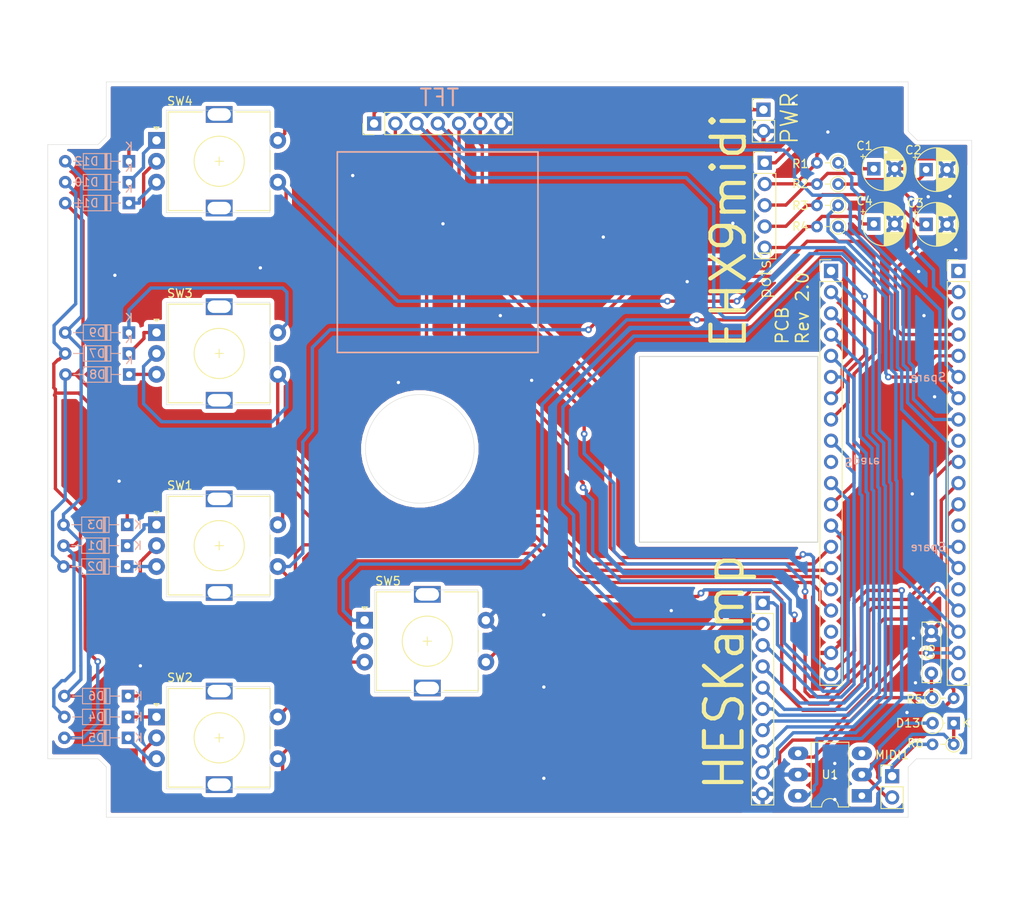
<source format=kicad_pcb>
(kicad_pcb (version 20171130) (host pcbnew 5.1.5+dfsg1-2build2)
  (title_block (title "EHX 9 MIDI") (date 2018-11-20) (rev 1) (company HESKamp))
  (layers (0 F.Cu signal) (31 B.Cu signal) (34 B.Paste user hide) (35 F.Paste user hide) (36 B.SilkS user) (37 F.SilkS user) (38 B.Mask user) (39 F.Mask user) (44 Edge.Cuts user))
  (net 0 "")
  (net 1 "Net-(D1-Pad2)")
  (net 2 "Net-(D1-Pad1)")
  (net 3 "Net-(D2-Pad1)")
  (net 4 "Net-(D11-Pad2)")
  (net 5 "Net-(D3-Pad1)")
  (net 6 "Net-(D12-Pad2)")
  (net 7 "Net-(D4-Pad1)")
  (net 8 "Net-(D5-Pad1)")
  (net 9 "Net-(D6-Pad1)")
  (net 10 "Net-(D7-Pad1)")
  (net 11 "Net-(D8-Pad1)")
  (net 12 "Net-(D9-Pad1)")
  (net 13 "Net-(D10-Pad1)")
  (net 14 "Net-(D11-Pad1)")
  (net 15 "Net-(D12-Pad1)")
  (net 16 "Net-(J1-Pad20)")
  (net 17 "Net-(J1-Pad19)")
  (net 18 "Net-(J1-Pad17)")
  (net 19 "Net-(J1-Pad13)")
  (net 20 "Net-(J1-Pad9)")
  (net 21 "Net-(J2-Pad1)")
  (net 22 "Net-(J2-Pad2)")
  (net 23 "Net-(J2-Pad3)")
  (net 24 "Net-(J2-Pad4)")
  (net 25 "Net-(J2-Pad5)")
  (net 26 "Net-(J2-Pad6)")
  (net 27 "Net-(J2-Pad8)")
  (net 28 "Net-(J2-Pad9)")
  (net 29 "Net-(J2-Pad10)")
  (net 30 "Net-(J2-Pad11)")
  (net 31 "Net-(C1-Pad1)")
  (net 32 GND)
  (net 33 "Net-(C2-Pad1)")
  (net 34 "Net-(C3-Pad1)")
  (net 35 "Net-(C4-Pad1)")
  (net 36 "Net-(J2-Pad18)")
  (net 37 "Net-(D13-Pad1)")
  (net 38 "Net-(D13-Pad2)")
  (net 39 "Net-(J1-Pad3)")
  (net 40 +5V)
  (net 41 "Net-(U1-Pad3)")
  (net 42 "Net-(MIDI1-Pad1)")
  (net 43 "Net-(J1-Pad1)")
  (net 44 /RST)
  (net 45 /POT3)
  (net 46 /POT4)
  (net 47 /DC)
  (net 48 /CLK)
  (net 49 /DATA)
  (net 50 /POT1)
  (net 51 /POT2)
  (net 52 /SW)
  (net 53 /RX)
  (net 54 /SW4)
  (net 55 /SW0)
  (net 56 /SW1)
  (net 57 /SW2)
  (net 58 /SW3)
  (net 59 "Net-(J1-Pad16)")
  (module Resistor_THT:R_Axial_DIN0204_L3.6mm_D1.6mm_P2.54mm_Vertical (layer F.Cu) (at 132.99 61.73 180)
    (fp_text reference R4 (at 4.53 0.01 180) (layer F.SilkS))
    (fp_text value 10k)
    (pad 1 thru_hole circle (at 0 0 180) (size 1.4 1.4) (drill 0.7) (layers *.Cu *.Mask) (net 46 /POT4))
    (pad 2 thru_hole oval (at 2.54 0 180) (size 1.4 1.4) (drill 0.7) (layers *.Cu *.Mask) (net 35 "Net-(C4-Pad1)"))
  )
  (module Connector_PinHeader_2.54mm:PinHeader_1x20_P2.54mm_Vertical (layer F.Cu) (at 132.14 67.04)
    (fp_text reference J2)
    (fp_text value Conn_01x20_Male)
    (pad 1 thru_hole rect (at 0 0) (size 1.7 1.7) (drill 1) (layers *.Cu *.Mask) (net 21 "Net-(J2-Pad1)"))
    (pad 2 thru_hole oval (at 0 2.54) (size 1.7 1.7) (drill 1) (layers *.Cu *.Mask) (net 22 "Net-(J2-Pad2)"))
    (pad 3 thru_hole oval (at 0 5.08) (size 1.7 1.7) (drill 1) (layers *.Cu *.Mask) (net 23 "Net-(J2-Pad3)"))
    (pad 4 thru_hole oval (at 0 7.62) (size 1.7 1.7) (drill 1) (layers *.Cu *.Mask) (net 24 "Net-(J2-Pad4)"))
    (pad 5 thru_hole oval (at 0 10.16) (size 1.7 1.7) (drill 1) (layers *.Cu *.Mask) (net 25 "Net-(J2-Pad5)"))
    (pad 6 thru_hole oval (at 0 12.7) (size 1.7 1.7) (drill 1) (layers *.Cu *.Mask) (net 26 "Net-(J2-Pad6)"))
    (pad 7 thru_hole oval (at 0 15.24) (size 1.7 1.7) (drill 1) (layers *.Cu *.Mask) (net 55 /SW0))
    (pad 8 thru_hole oval (at 0 17.78) (size 1.7 1.7) (drill 1) (layers *.Cu *.Mask) (net 27 "Net-(J2-Pad8)"))
    (pad 9 thru_hole oval (at 0 20.32) (size 1.7 1.7) (drill 1) (layers *.Cu *.Mask) (net 28 "Net-(J2-Pad9)"))
    (pad 10 thru_hole oval (at 0 22.86) (size 1.7 1.7) (drill 1) (layers *.Cu *.Mask) (net 29 "Net-(J2-Pad10)"))
    (pad 11 thru_hole oval (at 0 25.4) (size 1.7 1.7) (drill 1) (layers *.Cu *.Mask) (net 30 "Net-(J2-Pad11)"))
    (pad 12 thru_hole oval (at 0 27.94) (size 1.7 1.7) (drill 1) (layers *.Cu *.Mask) (net 56 /SW1))
    (pad 13 thru_hole oval (at 0 30.48) (size 1.7 1.7) (drill 1) (layers *.Cu *.Mask) (net 57 /SW2))
    (pad 14 thru_hole oval (at 0 33.02) (size 1.7 1.7) (drill 1) (layers *.Cu *.Mask) (net 58 /SW3))
    (pad 15 thru_hole oval (at 0 35.56) (size 1.7 1.7) (drill 1) (layers *.Cu *.Mask) (net 4 "Net-(D11-Pad2)"))
    (pad 16 thru_hole oval (at 0 38.1) (size 1.7 1.7) (drill 1) (layers *.Cu *.Mask) (net 1 "Net-(D1-Pad2)"))
    (pad 17 thru_hole oval (at 0 40.64) (size 1.7 1.7) (drill 1) (layers *.Cu *.Mask) (net 6 "Net-(D12-Pad2)"))
    (pad 18 thru_hole oval (at 0 43.18) (size 1.7 1.7) (drill 1) (layers *.Cu *.Mask) (net 36 "Net-(J2-Pad18)"))
    (pad 19 thru_hole oval (at 0 45.72) (size 1.7 1.7) (drill 1) (layers *.Cu *.Mask) (net 32 GND))
    (pad 20 thru_hole oval (at 0 48.26) (size 1.7 1.7) (drill 1) (layers *.Cu *.Mask) (net 40 +5V))
  )
  (module Package_DIP:DIP-6_W7.62mm_LongPads (layer F.Cu) (at 135.8265 129.8575 180)
    (fp_text reference U1 (at 3.81 2.54) (layer F.SilkS))
    (fp_text value PC900)
    (pad 1 thru_hole rect (at 0 0 180) (size 2.4 1.6) (drill 0.8) (layers *.Cu *.Mask) (net 37 "Net-(D13-Pad1)"))
    (pad 4 thru_hole oval (at 7.62 5.08 180) (size 2.4 1.6) (drill 0.8) (layers *.Cu *.Mask) (net 53 /RX))
    (pad 2 thru_hole oval (at 0 2.54 180) (size 2.4 1.6) (drill 0.8) (layers *.Cu *.Mask) (net 38 "Net-(D13-Pad2)"))
    (pad 5 thru_hole oval (at 7.62 2.54 180) (size 2.4 1.6) (drill 0.8) (layers *.Cu *.Mask) (net 32 GND))
    (pad 3 thru_hole oval (at 0 5.08 180) (size 2.4 1.6) (drill 0.8) (layers *.Cu *.Mask) (net 41 "Net-(U1-Pad3)"))
    (pad 6 thru_hole oval (at 7.62 0 180) (size 2.4 1.6) (drill 0.8) (layers *.Cu *.Mask) (net 40 +5V))
  )
  (module Diode_THT:D_DO-34_SOD68_P2.54mm_Vertical_KathodeUp (layer F.Cu) (at 146.812 121.158 180)
    (fp_text reference D13 (at 5.461 0) (layer F.SilkS))
    (fp_text value D)
    (fp_text user K (at -1.524 0) (layer F.SilkS))
    (pad 2 thru_hole oval (at 2.54 0 180) (size 1.5 1.5) (drill 0.75) (layers *.Cu *.Mask) (net 38 "Net-(D13-Pad2)"))
    (pad 1 thru_hole rect (at 0 0 180) (size 1.5 1.5) (drill 0.75) (layers *.Cu *.Mask) (net 37 "Net-(D13-Pad1)"))
  )
  (module Resistor_THT:R_Axial_DIN0204_L3.6mm_D1.6mm_P2.54mm_Vertical (layer F.Cu) (at 146.812 123.698 180)
    (fp_text reference R6 (at 4.572 0.127) (layer F.SilkS))
    (fp_text value 220R)
    (pad 2 thru_hole oval (at 2.54 0 180) (size 1.4 1.4) (drill 0.7) (layers *.Cu *.Mask) (net 42 "Net-(MIDI1-Pad1)"))
    (pad 1 thru_hole circle (at 0 0 180) (size 1.4 1.4) (drill 0.7) (layers *.Cu *.Mask) (net 37 "Net-(D13-Pad1)"))
  )
  (module Connector_PinHeader_2.54mm:PinHeader_1x07_P2.54mm_Vertical (layer F.Cu) (at 77.488 49.402 90)
    (fp_text reference J3)
    (fp_text value TFT (at 3.1 7.8 180) (layer B.SilkS) (effects (font (size 2 2) (thickness 0.25)) (justify mirror)))
    (pad 1 thru_hole rect (at 0 0 90) (size 1.7 1.7) (drill 1) (layers *.Cu *.Mask) (net 40 +5V))
    (pad 2 thru_hole oval (at 0 2.54 90) (size 1.7 1.7) (drill 1) (layers *.Cu *.Mask) (net 47 /DC))
    (pad 3 thru_hole oval (at 0 5.08 90) (size 1.7 1.7) (drill 1) (layers *.Cu *.Mask) (net 44 /RST))
    (pad 4 thru_hole oval (at 0 7.62 90) (size 1.7 1.7) (drill 1) (layers *.Cu *.Mask) (net 49 /DATA))
    (pad 5 thru_hole oval (at 0 10.16 90) (size 1.7 1.7) (drill 1) (layers *.Cu *.Mask) (net 48 /CLK))
    (pad 6 thru_hole oval (at 0 12.7 90) (size 1.7 1.7) (drill 1) (layers *.Cu *.Mask) (net 40 +5V))
    (pad 7 thru_hole oval (at 0 15.24 90) (size 1.7 1.7) (drill 1) (layers *.Cu *.Mask) (net 32 GND))
  )
  (module Diode_THT:D_DO-34_SOD68_P7.62mm_Horizontal (layer B.Cu) (at 47.96 99.92 180)
    (fp_text reference D1 (at 3.81 0 180) (layer B.SilkS) (effects (justify mirror)))
    (fp_text value D)
    (fp_text user K (at -1.27 0 180) (layer B.SilkS) (effects (justify mirror)))
    (pad 2 thru_hole oval (at 7.62 0 180) (size 1.5 1.5) (drill 0.75) (layers *.Cu *.Mask) (net 1 "Net-(D1-Pad2)"))
    (pad 1 thru_hole rect (at 0 0 180) (size 1.5 1.5) (drill 0.75) (layers *.Cu *.Mask) (net 2 "Net-(D1-Pad1)"))
  )
  (module Diode_THT:D_DO-34_SOD68_P7.62mm_Horizontal (layer B.Cu) (at 47.96 102.42 180)
    (fp_text reference D2 (at 3.81 0 180) (layer B.SilkS) (effects (justify mirror)))
    (fp_text value D)
    (fp_text user K (at -1.27 0 180) (layer B.SilkS) (effects (justify mirror)))
    (pad 1 thru_hole rect (at 0 0 180) (size 1.5 1.5) (drill 0.75) (layers *.Cu *.Mask) (net 3 "Net-(D2-Pad1)"))
    (pad 2 thru_hole oval (at 7.62 0 180) (size 1.5 1.5) (drill 0.75) (layers *.Cu *.Mask) (net 4 "Net-(D11-Pad2)"))
  )
  (module Diode_THT:D_DO-34_SOD68_P7.62mm_Horizontal (layer B.Cu) (at 47.96 97.42 180)
    (fp_text reference D3 (at 3.81 0 180) (layer B.SilkS) (effects (justify mirror)))
    (fp_text value D)
    (fp_text user K (at -1.27 0 180) (layer B.SilkS) (effects (justify mirror)))
    (pad 1 thru_hole rect (at 0 0 180) (size 1.5 1.5) (drill 0.75) (layers *.Cu *.Mask) (net 5 "Net-(D3-Pad1)"))
    (pad 2 thru_hole oval (at 7.62 0 180) (size 1.5 1.5) (drill 0.75) (layers *.Cu *.Mask) (net 6 "Net-(D12-Pad2)"))
  )
  (module Diode_THT:D_DO-34_SOD68_P7.62mm_Horizontal (layer B.Cu) (at 48.06 120.42 180)
    (fp_text reference D4 (at 3.81 0 180) (layer B.SilkS) (effects (justify mirror)))
    (fp_text value D)
    (fp_text user K (at -1.27 0 180) (layer B.SilkS) (effects (justify mirror)))
    (pad 2 thru_hole oval (at 7.62 0 180) (size 1.5 1.5) (drill 0.75) (layers *.Cu *.Mask) (net 1 "Net-(D1-Pad2)"))
    (pad 1 thru_hole rect (at 0 0 180) (size 1.5 1.5) (drill 0.75) (layers *.Cu *.Mask) (net 7 "Net-(D4-Pad1)"))
  )
  (module Diode_THT:D_DO-34_SOD68_P7.62mm_Horizontal (layer B.Cu) (at 48.06 122.92 180)
    (fp_text reference D5 (at 3.81 0 180) (layer B.SilkS) (effects (justify mirror)))
    (fp_text value D)
    (fp_text user K (at -1.27 0 180) (layer B.SilkS) (effects (justify mirror)))
    (pad 1 thru_hole rect (at 0 0 180) (size 1.5 1.5) (drill 0.75) (layers *.Cu *.Mask) (net 8 "Net-(D5-Pad1)"))
    (pad 2 thru_hole oval (at 7.62 0 180) (size 1.5 1.5) (drill 0.75) (layers *.Cu *.Mask) (net 4 "Net-(D11-Pad2)"))
  )
  (module Diode_THT:D_DO-34_SOD68_P7.62mm_Horizontal (layer B.Cu) (at 48.06 117.92 180)
    (fp_text reference D6 (at 3.81 0 180) (layer B.SilkS) (effects (justify mirror)))
    (fp_text value D)
    (fp_text user K (at -1.27 0 180) (layer B.SilkS) (effects (justify mirror)))
    (pad 2 thru_hole oval (at 7.62 0 180) (size 1.5 1.5) (drill 0.75) (layers *.Cu *.Mask) (net 6 "Net-(D12-Pad2)"))
    (pad 1 thru_hole rect (at 0 0 180) (size 1.5 1.5) (drill 0.75) (layers *.Cu *.Mask) (net 9 "Net-(D6-Pad1)"))
  )
  (module Diode_THT:D_DO-34_SOD68_P7.62mm_Horizontal (layer B.Cu) (at 48.16 76.92 180)
    (fp_text reference D7 (at 3.81 0 180) (layer B.SilkS) (effects (justify mirror)))
    (fp_text value D)
    (fp_text user K (at 0 1.75 180) (layer B.SilkS) (effects (justify mirror)))
    (pad 2 thru_hole oval (at 7.62 0 180) (size 1.5 1.5) (drill 0.75) (layers *.Cu *.Mask) (net 1 "Net-(D1-Pad2)"))
    (pad 1 thru_hole rect (at 0 0 180) (size 1.5 1.5) (drill 0.75) (layers *.Cu *.Mask) (net 10 "Net-(D7-Pad1)"))
  )
  (module Diode_THT:D_DO-34_SOD68_P7.62mm_Horizontal (layer B.Cu) (at 48.1965 79.4385 180)
    (fp_text reference D8 (at 3.81 0 180) (layer B.SilkS) (effects (justify mirror)))
    (fp_text value D)
    (fp_text user K (at 0 1.75 180) (layer B.SilkS) (effects (justify mirror)))
    (pad 1 thru_hole rect (at 0 0 180) (size 1.5 1.5) (drill 0.75) (layers *.Cu *.Mask) (net 11 "Net-(D8-Pad1)"))
    (pad 2 thru_hole oval (at 7.62 0 180) (size 1.5 1.5) (drill 0.75) (layers *.Cu *.Mask) (net 4 "Net-(D11-Pad2)"))
  )
  (module Diode_THT:D_DO-34_SOD68_P7.62mm_Horizontal (layer B.Cu) (at 48.16 74.42 180)
    (fp_text reference D9 (at 3.81 0 180) (layer B.SilkS) (effects (justify mirror)))
    (fp_text value D)
    (fp_text user K (at 0 1.75 180) (layer B.SilkS) (effects (justify mirror)))
    (pad 1 thru_hole rect (at 0 0 180) (size 1.5 1.5) (drill 0.75) (layers *.Cu *.Mask) (net 12 "Net-(D9-Pad1)"))
    (pad 2 thru_hole oval (at 7.62 0 180) (size 1.5 1.5) (drill 0.75) (layers *.Cu *.Mask) (net 6 "Net-(D12-Pad2)"))
  )
  (module Diode_THT:D_DO-34_SOD68_P7.62mm_Horizontal (layer B.Cu) (at 48.16 56.42 180)
    (fp_text reference D10 (at 5.08 0 180) (layer B.SilkS) (effects (justify mirror)))
    (fp_text value D)
    (fp_text user K (at 0 1.75 180) (layer B.SilkS) (effects (justify mirror)))
    (pad 2 thru_hole oval (at 7.62 0 180) (size 1.5 1.5) (drill 0.75) (layers *.Cu *.Mask) (net 1 "Net-(D1-Pad2)"))
    (pad 1 thru_hole rect (at 0 0 180) (size 1.5 1.5) (drill 0.75) (layers *.Cu *.Mask) (net 13 "Net-(D10-Pad1)"))
  )
  (module Diode_THT:D_DO-34_SOD68_P7.62mm_Horizontal (layer B.Cu) (at 48.16 58.92 180)
    (fp_text reference D11 (at 5.08 0 180) (layer B.SilkS) (effects (justify mirror)))
    (fp_text value D)
    (fp_text user K (at 0 1.75 180) (layer B.SilkS) (effects (justify mirror)))
    (pad 1 thru_hole rect (at 0 0 180) (size 1.5 1.5) (drill 0.75) (layers *.Cu *.Mask) (net 14 "Net-(D11-Pad1)"))
    (pad 2 thru_hole oval (at 7.62 0 180) (size 1.5 1.5) (drill 0.75) (layers *.Cu *.Mask) (net 4 "Net-(D11-Pad2)"))
  )
  (module Diode_THT:D_DO-34_SOD68_P7.62mm_Horizontal (layer B.Cu) (at 48.16 53.92 180)
    (fp_text reference D12 (at 5.08 0 180) (layer B.SilkS) (effects (justify mirror)))
    (fp_text value D)
    (fp_text user K (at 0 1.75 180) (layer B.SilkS) (effects (justify mirror)))
    (pad 2 thru_hole oval (at 7.62 0 180) (size 1.5 1.5) (drill 0.75) (layers *.Cu *.Mask) (net 6 "Net-(D12-Pad2)"))
    (pad 1 thru_hole rect (at 0 0 180) (size 1.5 1.5) (drill 0.75) (layers *.Cu *.Mask) (net 15 "Net-(D12-Pad1)"))
  )
  (module Connector_PinHeader_2.54mm:PinHeader_1x20_P2.54mm_Vertical (layer F.Cu) (at 147.38 67.04)
    (fp_text reference J1)
    (fp_text value Conn_01x20_Male)
    (pad 20 thru_hole oval (at 0 48.26) (size 1.7 1.7) (drill 1) (layers *.Cu *.Mask) (net 16 "Net-(J1-Pad20)"))
    (pad 19 thru_hole oval (at 0 45.72) (size 1.7 1.7) (drill 1) (layers *.Cu *.Mask) (net 17 "Net-(J1-Pad19)"))
    (pad 18 thru_hole oval (at 0 43.18) (size 1.7 1.7) (drill 1) (layers *.Cu *.Mask) (net 54 /SW4))
    (pad 17 thru_hole oval (at 0 40.64) (size 1.7 1.7) (drill 1) (layers *.Cu *.Mask) (net 18 "Net-(J1-Pad17)"))
    (pad 16 thru_hole oval (at 0 38.1) (size 1.7 1.7) (drill 1) (layers *.Cu *.Mask) (net 59 "Net-(J1-Pad16)"))
    (pad 15 thru_hole oval (at 0 35.56) (size 1.7 1.7) (drill 1) (layers *.Cu *.Mask) (net 45 /POT3))
    (pad 14 thru_hole oval (at 0 33.02) (size 1.7 1.7) (drill 1) (layers *.Cu *.Mask) (net 46 /POT4))
    (pad 13 thru_hole oval (at 0 30.48) (size 1.7 1.7) (drill 1) (layers *.Cu *.Mask) (net 19 "Net-(J1-Pad13)"))
    (pad 12 thru_hole oval (at 0 27.94) (size 1.7 1.7) (drill 1) (layers *.Cu *.Mask) (net 53 /RX))
    (pad 11 thru_hole oval (at 0 25.4) (size 1.7 1.7) (drill 1) (layers *.Cu *.Mask) (net 47 /DC))
    (pad 10 thru_hole oval (at 0 22.86) (size 1.7 1.7) (drill 1) (layers *.Cu *.Mask) (net 48 /CLK))
    (pad 9 thru_hole oval (at 0 20.32) (size 1.7 1.7) (drill 1) (layers *.Cu *.Mask) (net 20 "Net-(J1-Pad9)"))
    (pad 8 thru_hole oval (at 0 17.78) (size 1.7 1.7) (drill 1) (layers *.Cu *.Mask) (net 49 /DATA))
    (pad 7 thru_hole oval (at 0 15.24) (size 1.7 1.7) (drill 1) (layers *.Cu *.Mask) (net 50 /POT1))
    (pad 6 thru_hole oval (at 0 12.7) (size 1.7 1.7) (drill 1) (layers *.Cu *.Mask) (net 51 /POT2))
    (pad 5 thru_hole oval (at 0 10.16) (size 1.7 1.7) (drill 1) (layers *.Cu *.Mask) (net 44 /RST))
    (pad 4 thru_hole oval (at 0 7.62) (size 1.7 1.7) (drill 1) (layers *.Cu *.Mask) (net 52 /SW))
    (pad 3 thru_hole oval (at 0 5.08) (size 1.7 1.7) (drill 1) (layers *.Cu *.Mask) (net 39 "Net-(J1-Pad3)"))
    (pad 2 thru_hole oval (at 0 2.54) (size 1.7 1.7) (drill 1) (layers *.Cu *.Mask) (net 32 GND))
    (pad 1 thru_hole rect (at 0 0) (size 1.7 1.7) (drill 1) (layers *.Cu *.Mask) (net 43 "Net-(J1-Pad1)"))
  )
  (module Rotary_Encoder:RotaryEncoder_Alps_EC11E-Switch_Vertical_H20mm (layer F.Cu) (at 51.46 97.42)
    (fp_text reference SW1 (at 2.8 -4.7) (layer F.SilkS))
    (fp_text value Rotary_Encoder_Switch)
    (pad A thru_hole rect (at 0 0) (size 2 2) (drill 1) (layers *.Cu *.Mask) (net 2 "Net-(D1-Pad1)"))
    (pad C thru_hole circle (at 0 2.5) (size 2 2) (drill 1) (layers *.Cu *.Mask) (net 56 /SW1))
    (pad B thru_hole circle (at 0 5) (size 2 2) (drill 1) (layers *.Cu *.Mask) (net 3 "Net-(D2-Pad1)"))
    (pad MP thru_hole rect (at 7.5 -3.1) (size 3.2 2) (drill oval 2.8 1.5) (layers *.Cu *.Mask))
    (pad MP thru_hole rect (at 7.5 8.1) (size 3.2 2) (drill oval 2.8 1.5) (layers *.Cu *.Mask))
    (pad S2 thru_hole circle (at 14.5 0) (size 2 2) (drill 1) (layers *.Cu *.Mask) (net 5 "Net-(D3-Pad1)"))
    (pad S1 thru_hole circle (at 14.5 5) (size 2 2) (drill 1) (layers *.Cu *.Mask) (net 56 /SW1))
  )
  (module Rotary_Encoder:RotaryEncoder_Alps_EC11E-Switch_Vertical_H20mm (layer F.Cu) (at 51.46 120.42)
    (fp_text reference SW2 (at 2.8 -4.7) (layer F.SilkS))
    (fp_text value Rotary_Encoder_Switch)
    (pad S1 thru_hole circle (at 14.5 5) (size 2 2) (drill 1) (layers *.Cu *.Mask) (net 57 /SW2))
    (pad S2 thru_hole circle (at 14.5 0) (size 2 2) (drill 1) (layers *.Cu *.Mask) (net 9 "Net-(D6-Pad1)"))
    (pad MP thru_hole rect (at 7.5 8.1) (size 3.2 2) (drill oval 2.8 1.5) (layers *.Cu *.Mask))
    (pad MP thru_hole rect (at 7.5 -3.1) (size 3.2 2) (drill oval 2.8 1.5) (layers *.Cu *.Mask))
    (pad B thru_hole circle (at 0 5) (size 2 2) (drill 1) (layers *.Cu *.Mask) (net 8 "Net-(D5-Pad1)"))
    (pad C thru_hole circle (at 0 2.5) (size 2 2) (drill 1) (layers *.Cu *.Mask) (net 57 /SW2))
    (pad A thru_hole rect (at 0 0) (size 2 2) (drill 1) (layers *.Cu *.Mask) (net 7 "Net-(D4-Pad1)"))
  )
  (module Rotary_Encoder:RotaryEncoder_Alps_EC11E-Switch_Vertical_H20mm (layer F.Cu) (at 51.46 74.42)
    (fp_text reference SW3 (at 2.8 -4.7) (layer F.SilkS))
    (fp_text value Rotary_Encoder_Switch)
    (pad A thru_hole rect (at 0 0) (size 2 2) (drill 1) (layers *.Cu *.Mask) (net 10 "Net-(D7-Pad1)"))
    (pad C thru_hole circle (at 0 2.5) (size 2 2) (drill 1) (layers *.Cu *.Mask) (net 58 /SW3))
    (pad B thru_hole circle (at 0 5) (size 2 2) (drill 1) (layers *.Cu *.Mask) (net 11 "Net-(D8-Pad1)"))
    (pad MP thru_hole rect (at 7.5 -3.1) (size 3.2 2) (drill oval 2.8 1.5) (layers *.Cu *.Mask))
    (pad MP thru_hole rect (at 7.5 8.1) (size 3.2 2) (drill oval 2.8 1.5) (layers *.Cu *.Mask))
    (pad S2 thru_hole circle (at 14.5 0) (size 2 2) (drill 1) (layers *.Cu *.Mask) (net 12 "Net-(D9-Pad1)"))
    (pad S1 thru_hole circle (at 14.5 5) (size 2 2) (drill 1) (layers *.Cu *.Mask) (net 58 /SW3))
  )
  (module Rotary_Encoder:RotaryEncoder_Alps_EC11E-Switch_Vertical_H20mm (layer F.Cu) (at 51.46 51.42)
    (fp_text reference SW4 (at 2.8 -4.7) (layer F.SilkS))
    (fp_text value Rotary_Encoder_Switch)
    (pad S1 thru_hole circle (at 14.5 5) (size 2 2) (drill 1) (layers *.Cu *.Mask) (net 54 /SW4))
    (pad S2 thru_hole circle (at 14.5 0) (size 2 2) (drill 1) (layers *.Cu *.Mask) (net 15 "Net-(D12-Pad1)"))
    (pad MP thru_hole rect (at 7.5 8.1) (size 3.2 2) (drill oval 2.8 1.5) (layers *.Cu *.Mask))
    (pad MP thru_hole rect (at 7.5 -3.1) (size 3.2 2) (drill oval 2.8 1.5) (layers *.Cu *.Mask))
    (pad B thru_hole circle (at 0 5) (size 2 2) (drill 1) (layers *.Cu *.Mask) (net 14 "Net-(D11-Pad1)"))
    (pad C thru_hole circle (at 0 2.5) (size 2 2) (drill 1) (layers *.Cu *.Mask) (net 54 /SW4))
    (pad A thru_hole rect (at 0 0) (size 2 2) (drill 1) (layers *.Cu *.Mask) (net 13 "Net-(D10-Pad1)"))
  )
  (module Capacitor_THT:CP_Radial_D5.0mm_P2.50mm (layer F.Cu) (at 137.26 54.82)
    (fp_text reference C1 (at -1.116 -2.75) (layer F.SilkS))
    (fp_text value 1u)
    (pad 1 thru_hole rect (at 0 0) (size 1.6 1.6) (drill 0.8) (layers *.Cu *.Mask) (net 31 "Net-(C1-Pad1)"))
    (pad 2 thru_hole circle (at 2.5 0) (size 1.6 1.6) (drill 0.8) (layers *.Cu *.Mask) (net 32 GND))
  )
  (module Capacitor_THT:CP_Radial_D5.0mm_P2.50mm (layer F.Cu) (at 143.51 54.92)
    (fp_text reference C2 (at -1.524 -2.342) (layer F.SilkS))
    (fp_text value 1u)
    (pad 2 thru_hole circle (at 2.5 0) (size 1.6 1.6) (drill 0.8) (layers *.Cu *.Mask) (net 32 GND))
    (pad 1 thru_hole rect (at 0 0) (size 1.6 1.6) (drill 0.8) (layers *.Cu *.Mask) (net 33 "Net-(C2-Pad1)"))
  )
  (module Capacitor_THT:CP_Radial_D5.0mm_P2.50mm (layer F.Cu) (at 143.51 61.468)
    (fp_text reference C3 (at -1.27 -2.54) (layer F.SilkS))
    (fp_text value 1u)
    (pad 1 thru_hole rect (at 0 0) (size 1.6 1.6) (drill 0.8) (layers *.Cu *.Mask) (net 34 "Net-(C3-Pad1)"))
    (pad 2 thru_hole circle (at 2.5 0) (size 1.6 1.6) (drill 0.8) (layers *.Cu *.Mask) (net 32 GND))
  )
  (module Capacitor_THT:CP_Radial_D5.0mm_P2.50mm (layer F.Cu) (at 137.26 61.42)
    (fp_text reference C4 (at -1.116 -2.746) (layer F.SilkS))
    (fp_text value 1u)
    (pad 2 thru_hole circle (at 2.5 0) (size 1.6 1.6) (drill 0.8) (layers *.Cu *.Mask) (net 32 GND))
    (pad 1 thru_hole rect (at 0 0) (size 1.6 1.6) (drill 0.8) (layers *.Cu *.Mask) (net 35 "Net-(C4-Pad1)"))
  )
  (module Connector_PinHeader_2.54mm:PinHeader_1x10_P2.54mm_Vertical (layer F.Cu) (at 123.96 106.76)
    (fp_text reference J4)
    (fp_text value switch)
    (pad 1 thru_hole rect (at 0 0) (size 1.7 1.7) (drill 1) (layers *.Cu *.Mask) (net 30 "Net-(J2-Pad11)"))
    (pad 2 thru_hole oval (at 0 2.54) (size 1.7 1.7) (drill 1) (layers *.Cu *.Mask) (net 27 "Net-(J2-Pad8)"))
    (pad 3 thru_hole oval (at 0 5.08) (size 1.7 1.7) (drill 1) (layers *.Cu *.Mask) (net 28 "Net-(J2-Pad9)"))
    (pad 4 thru_hole oval (at 0 7.62) (size 1.7 1.7) (drill 1) (layers *.Cu *.Mask) (net 26 "Net-(J2-Pad6)"))
    (pad 5 thru_hole oval (at 0 10.16) (size 1.7 1.7) (drill 1) (layers *.Cu *.Mask) (net 25 "Net-(J2-Pad5)"))
    (pad 6 thru_hole oval (at 0 12.7) (size 1.7 1.7) (drill 1) (layers *.Cu *.Mask) (net 24 "Net-(J2-Pad4)"))
    (pad 7 thru_hole oval (at 0 15.24) (size 1.7 1.7) (drill 1) (layers *.Cu *.Mask) (net 23 "Net-(J2-Pad3)"))
    (pad 8 thru_hole oval (at 0 17.78) (size 1.7 1.7) (drill 1) (layers *.Cu *.Mask) (net 22 "Net-(J2-Pad2)"))
    (pad 9 thru_hole oval (at 0 20.32) (size 1.7 1.7) (drill 1) (layers *.Cu *.Mask) (net 21 "Net-(J2-Pad1)"))
    (pad 10 thru_hole oval (at 0 22.86) (size 1.7 1.7) (drill 1) (layers *.Cu *.Mask) (net 32 GND))
  )
  (module Connector_PinHeader_2.54mm:PinHeader_1x02_P2.54mm_Vertical (layer F.Cu) (at 124.06 47.752)
    (fp_text reference J8)
    (fp_text value PWR (at 3.1 1 90) (layer F.SilkS) (effects (font (size 2 2) (thickness 0.2))))
    (pad 1 thru_hole rect (at 0 0) (size 1.7 1.7) (drill 1) (layers *.Cu *.Mask) (net 40 +5V))
    (pad 2 thru_hole oval (at 0 2.54) (size 1.7 1.7) (drill 1) (layers *.Cu *.Mask) (net 32 GND))
  )
  (module Resistor_THT:R_Axial_DIN0204_L3.6mm_D1.6mm_P2.54mm_Vertical (layer F.Cu) (at 132.99 54.11 180)
    (fp_text reference R1 (at 4.53 -0.11 180) (layer F.SilkS))
    (fp_text value 10k)
    (pad 2 thru_hole oval (at 2.54 0 180) (size 1.4 1.4) (drill 0.7) (layers *.Cu *.Mask) (net 31 "Net-(C1-Pad1)"))
    (pad 1 thru_hole circle (at 0 0 180) (size 1.4 1.4) (drill 0.7) (layers *.Cu *.Mask) (net 50 /POT1))
  )
  (module Resistor_THT:R_Axial_DIN0204_L3.6mm_D1.6mm_P2.54mm_Vertical (layer F.Cu) (at 132.99 56.65 180)
    (fp_text reference R2 (at 4.53 0.03 180) (layer F.SilkS))
    (fp_text value 10k)
    (pad 1 thru_hole circle (at 0 0 180) (size 1.4 1.4) (drill 0.7) (layers *.Cu *.Mask) (net 51 /POT2))
    (pad 2 thru_hole oval (at 2.54 0 180) (size 1.4 1.4) (drill 0.7) (layers *.Cu *.Mask) (net 33 "Net-(C2-Pad1)"))
  )
  (module Resistor_THT:R_Axial_DIN0204_L3.6mm_D1.6mm_P2.54mm_Vertical (layer F.Cu) (at 132.99 59.19 180)
    (fp_text reference R3 (at 4.53 -0.03 180) (layer F.SilkS))
    (fp_text value 10k)
    (pad 2 thru_hole oval (at 2.54 0 180) (size 1.4 1.4) (drill 0.7) (layers *.Cu *.Mask) (net 34 "Net-(C3-Pad1)"))
    (pad 1 thru_hole circle (at 0 0 180) (size 1.4 1.4) (drill 0.7) (layers *.Cu *.Mask) (net 45 /POT3))
  )
  (module Connector_PinHeader_2.54mm:PinHeader_1x02_P2.54mm_Vertical (layer F.Cu) (at 139.446 127.508)
    (fp_text reference MIDI1 (at 0 -2.54) (layer F.SilkS))
    (fp_text value MIDI)
    (pad 1 thru_hole rect (at 0 0) (size 1.7 1.7) (drill 1) (layers *.Cu *.Mask) (net 42 "Net-(MIDI1-Pad1)"))
    (pad 2 thru_hole oval (at 0 2.54) (size 1.7 1.7) (drill 1) (layers *.Cu *.Mask) (net 38 "Net-(D13-Pad2)"))
  )
  (module Resistor_THT:R_Axial_DIN0204_L3.6mm_D1.6mm_P2.54mm_Vertical (layer F.Cu) (at 144.272 118.1735)
    (fp_text reference R5 (at -2.159 0.127) (layer F.SilkS))
    (fp_text value 270R)
    (pad 1 thru_hole circle (at 0 0) (size 1.4 1.4) (drill 0.7) (layers *.Cu *.Mask) (net 40 +5V))
    (pad 2 thru_hole oval (at 2.54 0) (size 1.4 1.4) (drill 0.7) (layers *.Cu *.Mask) (net 53 /RX))
  )
  (module Rotary_Encoder:RotaryEncoder_Alps_EC11E-Switch_Vertical_H20mm (layer F.Cu) (at 76.3524 108.8517)
    (fp_text reference SW5 (at 2.8 -4.7) (layer F.SilkS))
    (fp_text value Rotary_Encoder_Switch)
    (pad S1 thru_hole circle (at 14.5 5) (size 2 2) (drill 1) (layers *.Cu *.Mask) (net 18 "Net-(J1-Pad17)"))
    (pad S2 thru_hole circle (at 14.5 0) (size 2 2) (drill 1) (layers *.Cu *.Mask) (net 32 GND))
    (pad MP thru_hole rect (at 7.5 8.1) (size 3.2 2) (drill oval 2.8 1.5) (layers *.Cu *.Mask))
    (pad MP thru_hole rect (at 7.5 -3.1) (size 3.2 2) (drill oval 2.8 1.5) (layers *.Cu *.Mask))
    (pad B thru_hole circle (at 0 5) (size 2 2) (drill 1) (layers *.Cu *.Mask) (net 17 "Net-(J1-Pad19)"))
    (pad C thru_hole circle (at 0 2.5) (size 2 2) (drill 1) (layers *.Cu *.Mask) (net 32 GND))
    (pad A thru_hole rect (at 0 0) (size 2 2) (drill 1) (layers *.Cu *.Mask) (net 55 /SW0))
  )
  (module Capacitor_THT:C_Rect_L7.0mm_W2.0mm_P5.00mm (layer F.Cu) (at 144.145 115.189 90)
    (fp_text reference C5 (at 2.54 -0.127 90) (layer F.SilkS))
    (fp_text value 100n)
    (pad 1 thru_hole circle (at 0 0 90) (size 1.6 1.6) (drill 0.8) (layers *.Cu *.Mask) (net 40 +5V))
    (pad 2 thru_hole circle (at 5 0 90) (size 1.6 1.6) (drill 0.8) (layers *.Cu *.Mask) (net 32 GND))
  )
  (module Connector_PinHeader_2.54mm:PinHeader_1x05_P2.54mm_Vertical (layer F.Cu) (at 124.206 54.102)
    (fp_text reference pots1 (at 0 13.208 90) (layer F.SilkS) (effects (font (size 1.5 1.5))))
    (fp_text value Conn_01x05_Male)
    (pad 1 thru_hole rect (at 0 0) (size 1.7 1.7) (drill 1) (layers *.Cu *.Mask) (net 52 /SW))
    (pad 2 thru_hole oval (at 0 2.54) (size 1.7 1.7) (drill 1) (layers *.Cu *.Mask) (net 31 "Net-(C1-Pad1)"))
    (pad 3 thru_hole oval (at 0 5.08) (size 1.7 1.7) (drill 1) (layers *.Cu *.Mask) (net 33 "Net-(C2-Pad1)"))
    (pad 4 thru_hole oval (at 0 7.62) (size 1.7 1.7) (drill 1) (layers *.Cu *.Mask) (net 34 "Net-(C3-Pad1)"))
    (pad 5 thru_hole oval (at 0 10.16) (size 1.7 1.7) (drill 1) (layers *.Cu *.Mask) (net 35 "Net-(C4-Pad1)"))
  )
  (gr_text Spare (at 143.764 79.756) (layer B.SilkS) (effects (font (size 1 1)) (justify mirror)))
  (gr_text "PCB \nRev 2.0" (at 127.508 75.946 90) (layer F.SilkS) (effects (font (size 1.5 1.5) (thickness 0.2)) (justify left)))
  (gr_text Spare (at 143.764 100.076) (layer B.SilkS) (effects (font (size 1 1)) (justify mirror)))
  (gr_text Spare (at 135.89 89.916 180) (layer B.SilkS) (effects (font (size 1 1)) (justify mirror)))
  (gr_line (start 109.22 77.2795) (end 130.556 77.2795) (layer Edge.Cuts) (width 0.12))
  (gr_line (start 109.22 99.5045) (end 109.22 77.2795) (layer Edge.Cuts) (width 0.12))
  (gr_line (start 130.556 99.5045) (end 109.22 99.5045) (layer Edge.Cuts) (width 0.12))
  (gr_line (start 130.556 77.2795) (end 130.556 99.5045) (layer Edge.Cuts) (width 0.12))
  (gr_line (start 77.5335 117.475) (end 89.916 117.475) (layer Edge.Cuts) (width 0.05))
  (gr_line (start 77.5335 105.2195) (end 89.916 105.2195) (layer Edge.Cuts) (width 0.05))
  (gr_line (start 77.5335 105.2195) (end 77.5335 117.475) (layer Edge.Cuts) (width 0.05))
  (gr_line (start 89.916 105.2195) (end 89.916 117.475) (layer Edge.Cuts) (width 0.05))
  (gr_text EHX9midi (at 119.888 62.23 90) (layer F.SilkS) (effects (font (size 4 4) (thickness 0.5))))
  (gr_text HESKamp (at 119.38 115.062 90) (layer F.SilkS) (effects (font (size 4.5 4) (thickness 0.5))))
  (gr_line (start 97.088 76.802) (end 97.088 52.802) (layer B.SilkS) (width 0.2))
  (gr_line (start 97.088 76.802) (end 73.088 76.802) (layer B.SilkS) (width 0.2))
  (gr_line (start 73.088 52.802) (end 73.088 76.802) (layer B.SilkS) (width 0.2))
  (gr_line (start 97.088 52.802) (end 73.088 52.802) (layer B.SilkS) (width 0.2))
  (gr_line (start 52.6415 60.071) (end 52.6415 47.8155) (layer Edge.Cuts) (width 0.05))
  (gr_line (start 65.024 60.071) (end 52.6415 60.071) (layer Edge.Cuts) (width 0.05))
  (gr_line (start 65.024 47.8155) (end 65.024 60.071) (layer Edge.Cuts) (width 0.05))
  (gr_line (start 52.6415 47.8155) (end 65.024 47.8155) (layer Edge.Cuts) (width 0.05))
  (gr_line (start 52.6415 83.058) (end 52.6415 70.8025) (layer Edge.Cuts) (width 0.05))
  (gr_line (start 65.024 83.058) (end 52.6415 83.058) (layer Edge.Cuts) (width 0.05))
  (gr_line (start 65.024 70.8025) (end 65.024 83.058) (layer Edge.Cuts) (width 0.05))
  (gr_line (start 52.6415 70.8025) (end 65.024 70.8025) (layer Edge.Cuts) (width 0.05))
  (gr_line (start 52.6415 106.045) (end 52.6415 93.7895) (layer Edge.Cuts) (width 0.05))
  (gr_line (start 65.024 106.045) (end 52.6415 106.045) (layer Edge.Cuts) (width 0.05))
  (gr_line (start 65.024 93.7895) (end 65.024 106.045) (layer Edge.Cuts) (width 0.05))
  (gr_line (start 52.6415 93.7895) (end 65.024 93.7895) (layer Edge.Cuts) (width 0.05))
  (gr_line (start 52.6415 129.032) (end 52.6415 116.7765) (layer Edge.Cuts) (width 0.05))
  (gr_line (start 65.024 129.032) (end 52.6415 129.032) (layer Edge.Cuts) (width 0.05))
  (gr_line (start 65.024 116.7765) (end 65.024 129.032) (layer Edge.Cuts) (width 0.05))
  (gr_line (start 52.6415 116.7765) (end 65.024 116.7765) (layer Edge.Cuts) (width 0.05))
  (gr_line (start 45.46 126.42) (end 45.46 132.42) (layer Edge.Cuts) (width 0.05))
  (gr_line (start 44.46 125.42) (end 45.46 126.42) (layer Edge.Cuts) (width 0.05))
  (gr_line (start 38.46 125.42) (end 44.46 125.42) (layer Edge.Cuts) (width 0.05))
  (gr_line (start 45.46 50.92) (end 45.46 44.42) (layer Edge.Cuts) (width 0.05))
  (gr_line (start 44.46 51.92) (end 45.46 50.92) (layer Edge.Cuts) (width 0.05))
  (gr_line (start 38.46 51.92) (end 44.46 51.92) (layer Edge.Cuts) (width 0.05))
  (gr_circle (center 82.9564 88.3412) (end 89.4564 88.3412) (layer Edge.Cuts) (width 0.05))
  (gr_line (start 142.46 51.42) (end 148.96 51.42) (layer Edge.Cuts) (width 0.05))
  (gr_line (start 142.36 51.32) (end 142.46 51.42) (layer Edge.Cuts) (width 0.05))
  (gr_line (start 141.36 50.32) (end 142.36 51.32) (layer Edge.Cuts) (width 0.05))
  (gr_line (start 141.36 44.42) (end 141.36 50.32) (layer Edge.Cuts) (width 0.05))
  (gr_line (start 142.36 125.42) (end 148.96 125.42) (layer Edge.Cuts) (width 0.05))
  (gr_line (start 141.36 126.42) (end 142.36 125.42) (layer Edge.Cuts) (width 0.05))
  (gr_line (start 141.36 132.42) (end 141.36 126.42) (layer Edge.Cuts) (width 0.05))
  (gr_line (start 38.46 51.92) (end 38.46 125.42) (layer Edge.Cuts) (width 0.05))
  (gr_line (start 141.36 44.42) (end 45.46 44.42) (layer Edge.Cuts) (width 0.05))
  (gr_line (start 148.96 125.42) (end 148.96 51.42) (layer Edge.Cuts) (width 0.05))
  (gr_line (start 45.46 132.42) (end 141.36 132.42) (layer Edge.Cuts) (width 0.05))
  (segment (start 40.34 99.92) (end 41.5903 99.92) (width 0.4) (layer F.Cu) (net 1))
  (segment (start 42.37065 99.13965) (end 42.37065 96.09165) (width 0.4) (layer F.Cu) (net 1))
  (segment (start 41.5903 99.92) (end 42.37065 99.13965) (width 0.4) (layer F.Cu) (net 1))
  (segment (start 39.37 93.091) (end 39.37 82.042) (width 0.4) (layer F.Cu) (net 1))
  (segment (start 42.37065 96.09165) (end 39.37 93.091) (width 0.4) (layer F.Cu) (net 1))
  (segment (start 39.2647 81.9172) (end 39.37 82.042) (width 0.4) (layer F.Cu) (net 1))
  (segment (start 39.37 81.661) (end 39.2647 81.9172) (width 0.4) (layer F.Cu) (net 1))
  (segment (start 39.790001 77.669999) (end 40.54 76.92) (width 0.4) (layer F.Cu) (net 1))
  (segment (start 39.678001 77.669999) (end 39.790001 77.669999) (width 0.4) (layer F.Cu) (net 1))
  (segment (start 39.1795 78.1685) (end 39.678001 77.669999) (width 0.4) (layer F.Cu) (net 1))
  (segment (start 39.1795 81.026) (end 39.1795 78.1685) (width 0.4) (layer F.Cu) (net 1))
  (segment (start 39.37 81.2165) (end 39.1795 81.026) (width 0.4) (layer F.Cu) (net 1))
  (segment (start 39.37 81.661) (end 39.37 81.2165) (width 0.4) (layer F.Cu) (net 1))
  (segment (start 42.164 81.661) (end 39.37 81.661) (width 0.4) (layer F.Cu) (net 1))
  (segment (start 132.14 105.14) (end 130.630489 103.630489) (width 0.4) (layer F.Cu) (net 1))
  (segment (start 50.673 90.17) (end 42.164 81.661) (width 0.4) (layer F.Cu) (net 1))
  (segment (start 130.630489 103.630489) (end 101.598489 103.630489) (width 0.4) (layer F.Cu) (net 1))
  (segment (start 96.52 98.552) (end 71.882 98.552) (width 0.4) (layer F.Cu) (net 1))
  (segment (start 101.598489 103.630489) (end 96.52 98.552) (width 0.4) (layer F.Cu) (net 1))
  (segment (start 71.882 98.552) (end 68.961 95.631) (width 0.4) (layer F.Cu) (net 1))
  (segment (start 68.961 94.361) (end 64.77 90.17) (width 0.4) (layer F.Cu) (net 1))
  (segment (start 64.77 90.17) (end 50.673 90.17) (width 0.4) (layer F.Cu) (net 1))
  (segment (start 68.961 95.631) (end 68.961 94.361) (width 0.4) (layer F.Cu) (net 1))
  (segment (start 39.1773 119.157) (end 40.44 120.42) (width 0.4) (layer B.Cu) (net 1))
  (segment (start 39.1773 117.0327) (end 39.1773 119.157) (width 0.4) (layer B.Cu) (net 1))
  (segment (start 40.508002 116.078) (end 40.132 116.078) (width 0.4) (layer B.Cu) (net 1))
  (segment (start 41.590001 114.996001) (end 40.508002 116.078) (width 0.4) (layer B.Cu) (net 1))
  (segment (start 40.132 116.078) (end 39.1773 117.0327) (width 0.4) (layer B.Cu) (net 1))
  (segment (start 41.590001 101.026001) (end 41.590001 114.996001) (width 0.4) (layer B.Cu) (net 1))
  (segment (start 41.148 100.584) (end 41.590001 101.026001) (width 0.4) (layer B.Cu) (net 1))
  (segment (start 40.34 99.92) (end 41.148 100.584) (width 0.4) (layer B.Cu) (net 1))
  (segment (start 41.7947 57.6747) (end 40.54 56.42) (width 0.4) (layer B.Cu) (net 1))
  (segment (start 41.7947 70.9813) (end 41.7947 57.6747) (width 0.4) (layer B.Cu) (net 1))
  (segment (start 39.2103 73.5657) (end 41.7947 70.9813) (width 0.4) (layer B.Cu) (net 1))
  (segment (start 39.2103 75.5903) (end 39.2103 73.5657) (width 0.4) (layer B.Cu) (net 1))
  (segment (start 40.54 76.92) (end 39.2103 75.5903) (width 0.4) (layer B.Cu) (net 1))
  (segment (start 51.46 97.42) (end 49.9597 97.42) (width 0.4) (layer B.Cu) (net 2))
  (segment (start 49.9597 97.42) (end 49.9597 97.9203) (width 0.4) (layer B.Cu) (net 2))
  (segment (start 49.9597 97.9203) (end 47.96 99.92) (width 0.4) (layer B.Cu) (net 2))
  (segment (start 51.46 102.42) (end 47.96 102.42) (width 0.4) (layer B.Cu) (net 3))
  (segment (start 40.54 79.42) (end 41.7903 79.42) (width 0.4) (layer F.Cu) (net 4))
  (segment (start 40.44 122.92) (end 42.688 122.92) (width 0.4) (layer B.Cu) (net 4))
  (segment (start 44.45 121.158) (end 44.45 118.618) (width 0.4) (layer B.Cu) (net 4))
  (segment (start 42.688 122.92) (end 44.45 121.158) (width 0.4) (layer B.Cu) (net 4))
  (via (at 44.428105 113.792) (size 0.8) (drill 0.4) (layers F.Cu B.Cu) (net 4))
  (segment (start 44.428105 118.596105) (end 44.428105 113.792) (width 0.4) (layer B.Cu) (net 4))
  (segment (start 44.45 118.618) (end 44.428105 118.596105) (width 0.4) (layer B.Cu) (net 4))
  (segment (start 40.54 58.92) (end 42.672 61.052) (width 0.4) (layer F.Cu) (net 4))
  (segment (start 42.672 78.5383) (end 41.7903 79.42) (width 0.4) (layer F.Cu) (net 4))
  (segment (start 42.672 61.052) (end 42.672 78.5383) (width 0.4) (layer F.Cu) (net 4))
  (segment (start 102.743 102.87) (end 131.699 102.87) (width 0.4) (layer F.Cu) (net 4))
  (segment (start 131.699 102.87) (end 131.969 102.6) (width 0.4) (layer F.Cu) (net 4))
  (segment (start 131.969 102.6) (end 132.14 102.6) (width 0.4) (layer F.Cu) (net 4))
  (segment (start 41.7903 79.42) (end 51.7148 89.3445) (width 0.4) (layer F.Cu) (net 4))
  (segment (start 97.7265 97.8535) (end 97.5995 97.8535) (width 0.4) (layer F.Cu) (net 4))
  (segment (start 97.7265 97.8535) (end 102.743 102.87) (width 0.4) (layer F.Cu) (net 4))
  (segment (start 65.4685 89.3445) (end 73.66 97.536) (width 0.4) (layer F.Cu) (net 4))
  (segment (start 51.7148 89.3445) (end 65.4685 89.3445) (width 0.4) (layer F.Cu) (net 4))
  (segment (start 73.66 97.536) (end 97.536 97.536) (width 0.4) (layer F.Cu) (net 4))
  (segment (start 97.5995 97.8535) (end 97.536 97.536) (width 0.4) (layer F.Cu) (net 4))
  (segment (start 42.9293 103.759) (end 42.926 103.632) (width 0.4) (layer F.Cu) (net 4))
  (segment (start 41.5903 102.42) (end 42.9293 103.759) (width 0.4) (layer F.Cu) (net 4))
  (segment (start 40.34 102.42) (end 41.5903 102.42) (width 0.4) (layer F.Cu) (net 4))
  (segment (start 42.926 106.68) (end 42.926 112.268) (width 0.4) (layer F.Cu) (net 4))
  (segment (start 42.926 112.268) (end 44.428105 113.792) (width 0.4) (layer F.Cu) (net 4))
  (segment (start 42.926 106.68) (end 42.926 103.632) (width 0.4) (layer F.Cu) (net 4))
  (segment (start 39.0303 101.11) (end 40.34 102.42) (width 0.4) (layer B.Cu) (net 4))
  (segment (start 39.0303 95.8437) (end 39.0303 101.11) (width 0.4) (layer B.Cu) (net 4))
  (segment (start 40.54 94.334) (end 39.0303 95.8437) (width 0.4) (layer B.Cu) (net 4))
  (segment (start 40.54 79.42) (end 40.54 94.334) (width 0.4) (layer B.Cu) (net 4))
  (segment (start 66.548 93.218) (end 66.548 96.832) (width 0.4) (layer F.Cu) (net 5))
  (segment (start 66.548 96.832) (end 65.96 97.42) (width 0.4) (layer F.Cu) (net 5))
  (segment (start 50.8 92.202) (end 65.532 92.202) (width 0.4) (layer F.Cu) (net 5))
  (segment (start 65.532 92.202) (end 66.548 93.218) (width 0.4) (layer F.Cu) (net 5))
  (segment (start 47.96 95.042) (end 50.8 92.202) (width 0.4) (layer F.Cu) (net 5))
  (segment (start 47.96 97.42) (end 47.96 95.042) (width 0.4) (layer F.Cu) (net 5))
  (segment (start 42.495 71.8398) (end 42.495 55.875) (width 0.4) (layer B.Cu) (net 6))
  (segment (start 42.495 55.875) (end 40.54 53.92) (width 0.4) (layer B.Cu) (net 6))
  (segment (start 40.34 97.42) (end 40.34 96.1697) (width 0.4) (layer B.Cu) (net 6))
  (segment (start 42.321 99.401) (end 40.34 97.42) (width 0.4) (layer B.Cu) (net 6))
  (segment (start 41.6903 117.92) (end 40.44 117.92) (width 0.4) (layer F.Cu) (net 6))
  (segment (start 46.99 112.776) (end 41.6903 117.92) (width 0.4) (layer F.Cu) (net 6))
  (segment (start 48.0926 111.518) (end 46.99 112.776) (width 0.4) (layer F.Cu) (net 6))
  (segment (start 68.072 100.838) (end 69.088 99.822) (width 0.4) (layer F.Cu) (net 6))
  (segment (start 68.072 109.22) (end 68.072 100.838) (width 0.4) (layer F.Cu) (net 6))
  (segment (start 65.774 111.518) (end 68.072 109.22) (width 0.4) (layer F.Cu) (net 6))
  (segment (start 48.272 111.518) (end 65.774 111.518) (width 0.4) (layer F.Cu) (net 6))
  (segment (start 47.014 112.776) (end 48.272 111.518) (width 0.4) (layer F.Cu) (net 6))
  (segment (start 69.088 99.822) (end 96.647 99.822) (width 0.4) (layer F.Cu) (net 6))
  (segment (start 46.99 112.776) (end 47.014 112.776) (width 0.4) (layer F.Cu) (net 6))
  (segment (start 42.495 72.465) (end 40.54 74.42) (width 0.4) (layer B.Cu) (net 6))
  (segment (start 42.495 71.8398) (end 42.495 72.465) (width 0.4) (layer B.Cu) (net 6))
  (segment (start 42.447 94.205) (end 41.656 94.996) (width 0.4) (layer B.Cu) (net 6))
  (segment (start 42.447 76.327) (end 42.447 94.205) (width 0.4) (layer B.Cu) (net 6))
  (segment (start 40.54 74.42) (end 42.447 76.327) (width 0.4) (layer B.Cu) (net 6))
  (segment (start 40.34 96.1697) (end 41.656 94.996) (width 0.4) (layer B.Cu) (net 6))
  (segment (start 40.44 117.92) (end 42.418 115.942) (width 0.4) (layer B.Cu) (net 6))
  (segment (start 42.418 115.942) (end 42.418 114.3) (width 0.4) (layer B.Cu) (net 6))
  (segment (start 42.418 114.3) (end 42.321 99.401) (width 0.4) (layer B.Cu) (net 6))
  (segment (start 131.064 106.68) (end 132.14 107.68) (width 0.4) (layer F.Cu) (net 6))
  (segment (start 130.81 106.426) (end 131.064 106.68) (width 0.4) (layer F.Cu) (net 6))
  (segment (start 130.81 105.41) (end 130.81 106.426) (width 0.4) (layer F.Cu) (net 6))
  (segment (start 101.1555 104.3305) (end 129.7305 104.3305) (width 0.4) (layer F.Cu) (net 6))
  (segment (start 129.7305 104.3305) (end 130.81 105.41) (width 0.4) (layer F.Cu) (net 6))
  (segment (start 96.647 99.822) (end 101.1555 104.3305) (width 0.4) (layer F.Cu) (net 6))
  (segment (start 51.46 120.42) (end 48.06 120.42) (width 0.4) (layer F.Cu) (net 7))
  (segment (start 50.49 125.42) (end 51.46 125.42) (width 0.4) (layer B.Cu) (net 8))
  (segment (start 48.06 122.99) (end 50.49 125.42) (width 0.4) (layer B.Cu) (net 8))
  (segment (start 48.06 122.92) (end 48.06 122.99) (width 0.4) (layer B.Cu) (net 8))
  (segment (start 49.086 117.92) (end 49.212 117.92) (width 0.4) (layer F.Cu) (net 9))
  (segment (start 48.06 117.92) (end 49.086 117.92) (width 0.4) (layer F.Cu) (net 9))
  (segment (start 49.212 117.92) (end 52.324 114.808) (width 0.4) (layer F.Cu) (net 9))
  (segment (start 52.324 114.808) (end 65.786 114.808) (width 0.4) (layer F.Cu) (net 9))
  (segment (start 65.786 114.808) (end 67.31 116.332) (width 0.4) (layer F.Cu) (net 9))
  (segment (start 67.31 119.07) (end 65.96 120.42) (width 0.4) (layer F.Cu) (net 9))
  (segment (start 67.31 116.332) (end 67.31 119.07) (width 0.4) (layer F.Cu) (net 9))
  (segment (start 51.46 74.42) (end 49.9597 74.42) (width 0.4) (layer F.Cu) (net 10))
  (segment (start 49.9597 74.42) (end 49.9597 75.1203) (width 0.4) (layer F.Cu) (net 10))
  (segment (start 49.9597 75.1203) (end 48.16 76.92) (width 0.4) (layer F.Cu) (net 10))
  (segment (start 51.46 79.42) (end 48.16 79.42) (width 0.4) (layer F.Cu) (net 11))
  (segment (start 67.056 73.324) (end 65.96 74.42) (width 0.4) (layer B.Cu) (net 12))
  (segment (start 67.056 69.596) (end 67.056 73.324) (width 0.4) (layer B.Cu) (net 12))
  (segment (start 66.548 69.088) (end 67.056 69.596) (width 0.4) (layer B.Cu) (net 12))
  (segment (start 50.8 69.088) (end 66.548 69.088) (width 0.4) (layer B.Cu) (net 12))
  (segment (start 48.16 71.728) (end 50.8 69.088) (width 0.4) (layer B.Cu) (net 12))
  (segment (start 48.16 74.42) (end 48.16 71.728) (width 0.4) (layer B.Cu) (net 12))
  (segment (start 51.46 51.42) (end 49.9058 52.9742) (width 0.4) (layer B.Cu) (net 13))
  (segment (start 49.9058 52.9742) (end 49.9058 54.6742) (width 0.4) (layer B.Cu) (net 13))
  (segment (start 49.9058 54.6742) (end 48.16 56.42) (width 0.4) (layer B.Cu) (net 13))
  (segment (start 51.46 56.42) (end 49.4103 58.4697) (width 0.4) (layer B.Cu) (net 14))
  (segment (start 49.4103 58.4697) (end 49.4103 58.92) (width 0.4) (layer B.Cu) (net 14))
  (segment (start 49.4103 58.92) (end 48.16 58.92) (width 0.4) (layer B.Cu) (net 14))
  (segment (start 66.802 47.498) (end 66.802 50.578) (width 0.4) (layer F.Cu) (net 15))
  (segment (start 66.802 50.578) (end 65.96 51.42) (width 0.4) (layer F.Cu) (net 15))
  (segment (start 48.16 48.614) (end 50.546 46.228) (width 0.4) (layer F.Cu) (net 15))
  (segment (start 48.16 53.92) (end 48.16 48.614) (width 0.4) (layer F.Cu) (net 15))
  (segment (start 66.802 47.498) (end 65.532 46.228) (width 0.4) (layer F.Cu) (net 15))
  (segment (start 50.546 46.228) (end 65.532 46.228) (width 0.4) (layer F.Cu) (net 15))
  (segment (start 147.38 112.76) (end 143.526 112.76) (width 0.4) (layer B.Cu) (net 17))
  (segment (start 143.526 112.76) (end 143.526 112.76) (width 0.4) (layer B.Cu) (net 17))
  (via (at 143.526 112.76) (size 0.8) (drill 0.4) (layers F.Cu B.Cu) (net 17))
  (segment (start 72.898 119.888) (end 72.898 115.316) (width 0.4) (layer F.Cu) (net 17))
  (segment (start 74.93 121.92) (end 72.898 119.888) (width 0.4) (layer F.Cu) (net 17))
  (segment (start 112.522 121.92) (end 74.93 121.92) (width 0.4) (layer F.Cu) (net 17))
  (segment (start 125.984 124.761509) (end 125.984 129.794) (width 0.4) (layer F.Cu) (net 17))
  (segment (start 143.526 112.76) (end 141.494 112.76) (width 0.4) (layer F.Cu) (net 17))
  (segment (start 120.65 129.794) (end 120.396 129.794) (width 0.4) (layer F.Cu) (net 17))
  (segment (start 124.714 131.064) (end 121.92 131.064) (width 0.4) (layer F.Cu) (net 17))
  (segment (start 120.396 129.794) (end 112.522 121.92) (width 0.4) (layer F.Cu) (net 17))
  (segment (start 125.984 129.794) (end 124.714 131.064) (width 0.4) (layer F.Cu) (net 17))
  (segment (start 127.555509 123.19) (end 125.984 124.761509) (width 0.4) (layer F.Cu) (net 17))
  (segment (start 131.064 123.19) (end 127.555509 123.19) (width 0.4) (layer F.Cu) (net 17))
  (segment (start 141.494 112.76) (end 131.064 123.19) (width 0.4) (layer F.Cu) (net 17))
  (segment (start 121.92 131.064) (end 120.65 129.794) (width 0.4) (layer F.Cu) (net 17))
  (segment (start 72.898 115.316) (end 74.3623 113.8517) (width 0.4) (layer F.Cu) (net 17))
  (segment (start 74.3623 113.8517) (end 76.3524 113.8517) (width 0.4) (layer F.Cu) (net 17))
  (segment (start 147.38 107.68) (end 144.856 105.156) (width 0.4) (layer B.Cu) (net 18))
  (segment (start 144.856 105.156) (end 144.856 105.156) (width 0.4) (layer B.Cu) (net 18))
  (via (at 144.856 105.156) (size 0.8) (drill 0.4) (layers F.Cu B.Cu) (net 18))
  (segment (start 144.856 105.156) (end 141.3 108.712) (width 0.4) (layer F.Cu) (net 18))
  (segment (start 141.3 108.712) (end 138.43 108.712) (width 0.4) (layer F.Cu) (net 18))
  (segment (start 138.43 108.712) (end 137.922 109.22) (width 0.4) (layer F.Cu) (net 18))
  (segment (start 137.922 109.22) (end 137.922 114.3) (width 0.4) (layer F.Cu) (net 18))
  (segment (start 137.922 114.3) (end 132.588 119.634) (width 0.4) (layer F.Cu) (net 18))
  (segment (start 132.588 119.634) (end 128.778 119.634) (width 0.4) (layer F.Cu) (net 18))
  (segment (start 128.778 119.634) (end 126.238 117.094) (width 0.4) (layer F.Cu) (net 18))
  (segment (start 125.210001 105.409999) (end 122.428001 105.409999) (width 0.4) (layer F.Cu) (net 18))
  (segment (start 126.238 106.437998) (end 125.210001 105.409999) (width 0.4) (layer F.Cu) (net 18))
  (segment (start 126.238 117.094) (end 126.238 106.437998) (width 0.4) (layer F.Cu) (net 18))
  (segment (start 122.428001 105.409999) (end 120.65 107.188) (width 0.4) (layer F.Cu) (net 18))
  (segment (start 120.65 107.188) (end 120.396 107.188) (width 0.4) (layer F.Cu) (net 18))
  (segment (start 120.396 107.188) (end 115.316 112.268) (width 0.4) (layer F.Cu) (net 18))
  (segment (start 92.4361 112.268) (end 90.8524 113.8517) (width 0.4) (layer F.Cu) (net 18))
  (segment (start 115.316 112.268) (end 92.4361 112.268) (width 0.4) (layer F.Cu) (net 18))
  (segment (start 123.96 127.313) (end 123.96 127.08) (width 0.4) (layer B.Cu) (net 21))
  (segment (start 137.922 73.406) (end 137.922 86.106) (width 0.4) (layer B.Cu) (net 21))
  (segment (start 136.567 71.9521) (end 136.567 72.051) (width 0.4) (layer B.Cu) (net 21))
  (segment (start 136.567 72.051) (end 137.922 73.406) (width 0.4) (layer B.Cu) (net 21))
  (segment (start 135.089724 122.310066) (end 127.625934 122.310066) (width 0.4) (layer B.Cu) (net 21))
  (segment (start 127.625934 122.310066) (end 125.73 124.206) (width 0.4) (layer B.Cu) (net 21))
  (segment (start 132.14 67.04) (end 132.14 67.5253) (width 0.4) (layer B.Cu) (net 21))
  (segment (start 125.73 124.206) (end 125.73 125.31) (width 0.4) (layer B.Cu) (net 21))
  (segment (start 137.922 86.106) (end 139.136054 87.320054) (width 0.4) (layer B.Cu) (net 21))
  (segment (start 132.14 67.5253) (end 136.567 71.9521) (width 0.4) (layer B.Cu) (net 21))
  (segment (start 139.136054 87.320054) (end 139.136054 92.302264) (width 0.4) (layer B.Cu) (net 21))
  (segment (start 139.328066 118.071724) (end 135.089724 122.310066) (width 0.4) (layer B.Cu) (net 21))
  (segment (start 124.809999 126.230001) (end 123.96 127.08) (width 0.4) (layer B.Cu) (net 21))
  (segment (start 139.328066 92.494276) (end 139.328066 118.071724) (width 0.4) (layer B.Cu) (net 21))
  (segment (start 125.73 125.31) (end 124.809999 126.230001) (width 0.4) (layer B.Cu) (net 21))
  (segment (start 139.136054 92.302264) (end 139.328066 92.494276) (width 0.4) (layer B.Cu) (net 21))
  (segment (start 126.889945 121.610055) (end 124.809999 123.690001) (width 0.4) (layer B.Cu) (net 22))
  (segment (start 134.79977 121.610055) (end 126.889945 121.610055) (width 0.4) (layer B.Cu) (net 22))
  (segment (start 124.809999 123.690001) (end 123.96 124.54) (width 0.4) (layer B.Cu) (net 22))
  (segment (start 137.16 74.6) (end 137.16 86.36) (width 0.4) (layer B.Cu) (net 22))
  (segment (start 138.436043 87.636043) (end 138.436043 92.592218) (width 0.4) (layer B.Cu) (net 22))
  (segment (start 138.628055 92.78423) (end 138.628055 117.78177) (width 0.4) (layer B.Cu) (net 22))
  (segment (start 132.14 69.58) (end 137.16 74.6) (width 0.4) (layer B.Cu) (net 22))
  (segment (start 137.16 86.36) (end 138.436043 87.636043) (width 0.4) (layer B.Cu) (net 22))
  (segment (start 138.436043 92.592218) (end 138.628055 92.78423) (width 0.4) (layer B.Cu) (net 22))
  (segment (start 138.628055 117.78177) (end 134.79977 121.610055) (width 0.4) (layer B.Cu) (net 22))
  (segment (start 137.736032 92.882172) (end 137.928044 93.074184) (width 0.4) (layer B.Cu) (net 23))
  (segment (start 137.928044 93.074184) (end 137.928044 117.491816) (width 0.4) (layer B.Cu) (net 23))
  (segment (start 136.398 76.378) (end 136.398 86.614) (width 0.4) (layer B.Cu) (net 23))
  (segment (start 137.736032 87.952032) (end 137.736032 92.882172) (width 0.4) (layer B.Cu) (net 23))
  (segment (start 125.049956 120.910044) (end 124.809999 121.150001) (width 0.4) (layer B.Cu) (net 23))
  (segment (start 137.928044 117.491816) (end 134.509816 120.910044) (width 0.4) (layer B.Cu) (net 23))
  (segment (start 134.509816 120.910044) (end 125.049956 120.910044) (width 0.4) (layer B.Cu) (net 23))
  (segment (start 136.398 86.614) (end 137.736032 87.952032) (width 0.4) (layer B.Cu) (net 23))
  (segment (start 124.809999 121.150001) (end 123.96 122) (width 0.4) (layer B.Cu) (net 23))
  (segment (start 132.14 72.12) (end 136.398 76.378) (width 0.4) (layer B.Cu) (net 23))
  (segment (start 137.036021 88.270156) (end 137.036021 93.172126) (width 0.4) (layer B.Cu) (net 24))
  (segment (start 137.036021 93.172126) (end 137.228033 93.364138) (width 0.4) (layer B.Cu) (net 24))
  (segment (start 135.636 86.870135) (end 137.036021 88.270156) (width 0.4) (layer B.Cu) (net 24))
  (segment (start 132.14 74.66) (end 135.636 78.156) (width 0.4) (layer B.Cu) (net 24))
  (segment (start 135.636 78.156) (end 135.636 86.870135) (width 0.4) (layer B.Cu) (net 24))
  (segment (start 134.219862 120.210033) (end 125.912114 120.210033) (width 0.4) (layer B.Cu) (net 24))
  (segment (start 125.912114 120.210033) (end 125.162081 119.46) (width 0.4) (layer B.Cu) (net 24))
  (segment (start 125.162081 119.46) (end 123.96 119.46) (width 0.4) (layer B.Cu) (net 24))
  (segment (start 137.228033 117.201862) (end 134.219862 120.210033) (width 0.4) (layer B.Cu) (net 24))
  (segment (start 137.228033 93.364138) (end 137.228033 117.201862) (width 0.4) (layer B.Cu) (net 24))
  (segment (start 134.874 87.402036) (end 136.33601 88.864046) (width 0.4) (layer B.Cu) (net 25))
  (segment (start 134.874 79.934) (end 134.874 87.402036) (width 0.4) (layer B.Cu) (net 25))
  (segment (start 133.929908 119.510022) (end 126.550022 119.510022) (width 0.4) (layer B.Cu) (net 25))
  (segment (start 136.528022 116.911908) (end 133.929908 119.510022) (width 0.4) (layer B.Cu) (net 25))
  (segment (start 132.14 77.2) (end 134.874 79.934) (width 0.4) (layer B.Cu) (net 25))
  (segment (start 136.33601 93.46208) (end 136.528022 93.654092) (width 0.4) (layer B.Cu) (net 25))
  (segment (start 136.528022 93.654092) (end 136.528022 116.911908) (width 0.4) (layer B.Cu) (net 25))
  (segment (start 124.809999 117.769999) (end 123.96 116.92) (width 0.4) (layer B.Cu) (net 25))
  (segment (start 126.550022 119.510022) (end 124.809999 117.769999) (width 0.4) (layer B.Cu) (net 25))
  (segment (start 136.33601 88.864046) (end 136.33601 93.46208) (width 0.4) (layer B.Cu) (net 25))
  (segment (start 124.809999 115.229999) (end 123.96 114.38) (width 0.4) (layer B.Cu) (net 26))
  (segment (start 135.590034 93.706069) (end 135.828011 93.944046) (width 0.4) (layer B.Cu) (net 26))
  (segment (start 133.699931 118.750034) (end 128.330034 118.750034) (width 0.4) (layer B.Cu) (net 26))
  (segment (start 128.330034 118.750034) (end 124.809999 115.229999) (width 0.4) (layer B.Cu) (net 26))
  (segment (start 135.828011 93.944046) (end 135.828011 116.621954) (width 0.4) (layer B.Cu) (net 26))
  (segment (start 135.828011 116.621954) (end 133.699931 118.750034) (width 0.4) (layer B.Cu) (net 26))
  (segment (start 133.342081 79.74) (end 134.112 80.509919) (width 0.4) (layer B.Cu) (net 26))
  (segment (start 132.14 79.74) (end 133.342081 79.74) (width 0.4) (layer B.Cu) (net 26))
  (segment (start 134.112 80.509919) (end 134.112 87.63) (width 0.4) (layer B.Cu) (net 26))
  (segment (start 134.112 87.63) (end 135.636 89.154) (width 0.4) (layer B.Cu) (net 26))
  (segment (start 135.636 89.154) (end 135.636 91.186) (width 0.4) (layer B.Cu) (net 26))
  (segment (start 135.636 91.186) (end 135.590034 93.706069) (width 0.4) (layer B.Cu) (net 26))
  (via (at 136.15501 70.082902) (size 0.8) (drill 0.4) (layers F.Cu B.Cu) (net 27))
  (segment (start 108.3475 109.3) (end 123.96 109.3) (width 0.4) (layer B.Cu) (net 27))
  (segment (start 133.727979 66.212179) (end 133.192 65.6762) (width 0.4) (layer B.Cu) (net 27))
  (segment (start 133.192 65.6762) (end 131.09 65.6762) (width 0.4) (layer B.Cu) (net 27))
  (segment (start 101.346 82.042) (end 100.076 83.312) (width 0.4) (layer B.Cu) (net 27))
  (segment (start 131.09 65.6762) (end 121.92 74.8462) (width 0.4) (layer B.Cu) (net 27))
  (segment (start 121.92 74.8462) (end 108.5418 74.8462) (width 0.4) (layer B.Cu) (net 27))
  (segment (start 101.346 96.266) (end 101.4095 102.362) (width 0.4) (layer B.Cu) (net 27))
  (segment (start 101.4095 102.362) (end 108.3475 109.3) (width 0.4) (layer B.Cu) (net 27))
  (segment (start 108.5418 74.8462) (end 106.299 77.0255) (width 0.4) (layer B.Cu) (net 27))
  (segment (start 136.15501 70.082902) (end 133.727979 67.655871) (width 0.4) (layer B.Cu) (net 27))
  (segment (start 133.727979 67.655871) (end 133.727979 66.212179) (width 0.4) (layer B.Cu) (net 27))
  (segment (start 106.299 77.0255) (end 101.346 81.9785) (width 0.4) (layer B.Cu) (net 27))
  (segment (start 101.346 81.9785) (end 101.346 82.042) (width 0.4) (layer B.Cu) (net 27))
  (segment (start 100.076 83.312) (end 100.076 94.996) (width 0.4) (layer B.Cu) (net 27))
  (segment (start 100.076 94.996) (end 101.346 96.266) (width 0.4) (layer B.Cu) (net 27))
  (segment (start 134.190012 79.069023) (end 136.15501 77.104025) (width 0.4) (layer F.Cu) (net 27))
  (segment (start 134.190012 82.769988) (end 134.190012 79.069023) (width 0.4) (layer F.Cu) (net 27))
  (segment (start 132.14 84.82) (end 134.190012 82.769988) (width 0.4) (layer F.Cu) (net 27))
  (segment (start 136.15501 77.104025) (end 136.15501 70.648587) (width 0.4) (layer F.Cu) (net 27))
  (segment (start 136.15501 70.648587) (end 136.15501 70.082902) (width 0.4) (layer F.Cu) (net 27))
  (segment (start 123.96 111.84) (end 123.96 112.04) (width 0.4) (layer B.Cu) (net 28))
  (segment (start 124.286 111.84) (end 123.96 111.84) (width 0.4) (layer B.Cu) (net 28))
  (segment (start 130.496023 118.050023) (end 124.286 111.84) (width 0.4) (layer B.Cu) (net 28))
  (segment (start 134.890023 116.527909) (end 133.367909 118.050022) (width 0.4) (layer B.Cu) (net 28))
  (segment (start 134.112 90.424) (end 134.890023 91.202023) (width 0.4) (layer B.Cu) (net 28))
  (segment (start 134.890023 91.202023) (end 134.890023 116.527909) (width 0.4) (layer B.Cu) (net 28))
  (segment (start 134.112 89.332) (end 134.112 90.424) (width 0.4) (layer B.Cu) (net 28))
  (segment (start 133.367909 118.050022) (end 130.496023 118.050023) (width 0.4) (layer B.Cu) (net 28))
  (segment (start 132.14 87.36) (end 134.112 89.332) (width 0.4) (layer B.Cu) (net 28))
  (segment (start 125.21 106.76) (end 123.96 106.76) (width 0.4) (layer B.Cu) (net 30))
  (segment (start 125.73 107.188) (end 125.21 106.76) (width 0.4) (layer B.Cu) (net 30))
  (segment (start 129.389977 115.419977) (end 125.73 111.76) (width 0.4) (layer B.Cu) (net 30))
  (segment (start 129.389977 115.537944) (end 129.389977 115.419977) (width 0.4) (layer B.Cu) (net 30))
  (segment (start 131.202045 117.350012) (end 129.389977 115.537944) (width 0.4) (layer B.Cu) (net 30))
  (segment (start 133.077956 117.350011) (end 131.202045 117.350012) (width 0.4) (layer B.Cu) (net 30))
  (segment (start 134.190012 116.237955) (end 133.077956 117.350011) (width 0.4) (layer B.Cu) (net 30))
  (segment (start 125.73 111.76) (end 125.73 107.188) (width 0.4) (layer B.Cu) (net 30))
  (segment (start 134.190012 94.490012) (end 134.190012 116.237955) (width 0.4) (layer B.Cu) (net 30))
  (segment (start 132.14 92.44) (end 134.190012 94.490012) (width 0.4) (layer B.Cu) (net 30))
  (segment (start 135.96 54.82) (end 137.26 54.82) (width 0.4) (layer F.Cu) (net 31))
  (segment (start 130.45 53.120051) (end 130.992051 52.578) (width 0.4) (layer F.Cu) (net 31))
  (segment (start 130.45 54.11) (end 130.45 53.120051) (width 0.4) (layer F.Cu) (net 31))
  (segment (start 133.718 52.578) (end 135.96 54.82) (width 0.4) (layer F.Cu) (net 31))
  (segment (start 130.992051 52.578) (end 133.718 52.578) (width 0.4) (layer F.Cu) (net 31))
  (segment (start 127.94 56.62) (end 130.45 54.11) (width 0.4) (layer F.Cu) (net 31))
  (segment (start 124.06 56.62) (end 127.94 56.62) (width 0.4) (layer F.Cu) (net 31))
  (segment (start 139.76 54.82) (end 139.76 61.42) (width 0.4) (layer B.Cu) (net 32))
  (segment (start 147.38 69.58) (end 146.03 69.58) (width 0.4) (layer F.Cu) (net 32))
  (segment (start 146.03 69.58) (end 144.867 70.7429) (width 0.4) (layer F.Cu) (net 32))
  (segment (start 144.867 70.7429) (end 142.566 70.7429) (width 0.4) (layer F.Cu) (net 32))
  (segment (start 146.36 61.52) (end 146.36 58.11) (width 0.4) (layer B.Cu) (net 32))
  (segment (start 146.36 54.94) (end 146.34 54.92) (width 0.4) (layer B.Cu) (net 32))
  (via (at 143.256 72.39) (size 0.8) (layers F.Cu B.Cu) (net 32))
  (via (at 144.526 82.1055) (size 0.8) (layers F.Cu B.Cu) (net 32))
  (via (at 138.684 52.832) (size 0.8) (layers F.Cu B.Cu) (net 32))
  (via (at 46.99 92.202) (size 0.8) (drill 0.4) (layers F.Cu B.Cu) (net 32))
  (via (at 114.935 68.326) (size 0.8) (drill 0.4) (layers F.Cu B.Cu) (net 32))
  (via (at 96.3295 80.137) (size 0.8) (drill 0.4) (layers F.Cu B.Cu) (net 32))
  (via (at 85.725 61.4045) (size 0.8) (drill 0.4) (layers F.Cu B.Cu) (net 32))
  (via (at 104.902 62.992) (size 0.8) (drill 0.4) (layers F.Cu B.Cu) (net 32))
  (via (at 63.881 66.675) (size 0.8) (drill 0.4) (layers F.Cu B.Cu) (net 32))
  (via (at 80.391 80.391) (size 0.8) (drill 0.4) (layers F.Cu B.Cu) (net 32))
  (via (at 92.583 72.39) (size 0.8) (drill 0.4) (layers F.Cu B.Cu) (net 32))
  (segment (start 132.14 112.76) (end 134.17399 110.72601) (width 0.4) (layer F.Cu) (net 32))
  (segment (start 144.367 84.136085) (end 144.367 83.5704) (width 0.4) (layer F.Cu) (net 32))
  (segment (start 134.17399 110.72601) (end 134.17399 106.517046) (width 0.4) (layer F.Cu) (net 32))
  (segment (start 134.17399 106.517046) (end 134.259489 106.431547) (width 0.4) (layer F.Cu) (net 32))
  (segment (start 134.259489 106.431547) (end 134.259489 94.243596) (width 0.4) (layer F.Cu) (net 32))
  (segment (start 134.259489 94.243596) (end 144.367 84.136085) (width 0.4) (layer F.Cu) (net 32))
  (via (at 120.396 61.341) (size 0.8) (drill 0.4) (layers F.Cu B.Cu) (net 32))
  (segment (start 142.696069 71.438654) (end 142.566 71.308585) (width 0.4) (layer B.Cu) (net 32))
  (segment (start 144.367 83.5704) (end 142.696069 81.899469) (width 0.4) (layer B.Cu) (net 32))
  (segment (start 142.566 71.308585) (end 142.566 70.7429) (width 0.4) (layer B.Cu) (net 32))
  (via (at 143.764 58.166) (size 0.8) (drill 0.4) (layers F.Cu B.Cu) (net 32))
  (via (at 141.859 93.726) (size 0.8) (drill 0.4) (layers F.Cu B.Cu) (net 32))
  (via (at 142.621 67.1195) (size 0.8) (drill 0.4) (layers F.Cu B.Cu) (net 32))
  (segment (start 146.36 58.11) (end 146.36 54.94) (width 0.4) (layer B.Cu) (net 32))
  (via (at 146.36 58.11) (size 0.8) (drill 0.4) (layers F.Cu B.Cu) (net 32))
  (via (at 147.066 64.516) (size 0.8) (drill 0.4) (layers F.Cu B.Cu) (net 32))
  (via (at 46.482 67.564) (size 0.8) (drill 0.4) (layers F.Cu B.Cu) (net 32))
  (via (at 74.93 55.626) (size 0.8) (drill 0.4) (layers F.Cu B.Cu) (net 32))
  (via (at 49.53 114.3) (size 0.8) (drill 0.4) (layers F.Cu B.Cu) (net 32))
  (via (at 97.79 108.204) (size 0.8) (drill 0.4) (layers F.Cu B.Cu) (net 32))
  (via (at 97.79 127.762) (size 0.8) (drill 0.4) (layers F.Cu B.Cu) (net 32))
  (via (at 132.588 127.762) (size 0.8) (drill 0.4) (layers F.Cu B.Cu) (net 32))
  (via (at 97.79 116.84) (size 0.8) (drill 0.4) (layers F.Cu B.Cu) (net 32))
  (via (at 141.986 110.998) (size 0.8) (drill 0.4) (layers F.Cu B.Cu) (net 32))
  (via (at 141.224 119.888) (size 0.8) (drill 0.4) (layers F.Cu B.Cu) (net 32))
  (via (at 132.588 130.302) (size 0.8) (drill 0.4) (layers F.Cu B.Cu) (net 32))
  (via (at 132.588 125.984) (size 0.8) (drill 0.4) (layers F.Cu B.Cu) (net 32))
  (via (at 142.24 116.332) (size 0.8) (drill 0.4) (layers F.Cu B.Cu) (net 32))
  (via (at 113.03 107.696) (size 0.8) (drill 0.4) (layers F.Cu B.Cu) (net 32))
  (via (at 131.7625 50.419) (size 0.8) (drill 0.4) (layers F.Cu B.Cu) (net 32))
  (via (at 127.635 46.99) (size 0.8) (drill 0.4) (layers F.Cu B.Cu) (net 32))
  (segment (start 146.34 54.92) (end 146.010003 54.92) (width 0.4) (layer F.Cu) (net 32))
  (segment (start 146.010003 54.92) (end 144.710002 53.619999) (width 0.4) (layer F.Cu) (net 32))
  (segment (start 144.710002 53.619999) (end 142.091371 53.619999) (width 0.4) (layer F.Cu) (net 32))
  (segment (start 142.091371 53.619999) (end 140.89137 54.82) (width 0.4) (layer F.Cu) (net 32))
  (segment (start 140.89137 54.82) (end 139.76 54.82) (width 0.4) (layer F.Cu) (net 32))
  (segment (start 142.830499 71.990001) (end 142.748 72.0725) (width 0.4) (layer B.Cu) (net 32))
  (segment (start 142.856001 71.990001) (end 142.830499 71.990001) (width 0.4) (layer B.Cu) (net 32))
  (segment (start 143.256 72.39) (end 142.856001 71.990001) (width 0.4) (layer B.Cu) (net 32))
  (segment (start 142.748 72.0725) (end 142.696069 71.438654) (width 0.4) (layer B.Cu) (net 32))
  (segment (start 142.696069 81.899469) (end 142.748 72.0725) (width 0.4) (layer B.Cu) (net 32))
  (segment (start 144.526 83.4114) (end 144.526 82.1055) (width 0.4) (layer B.Cu) (net 32))
  (segment (start 144.367 83.5704) (end 144.526 83.4114) (width 0.4) (layer B.Cu) (net 32))
  (segment (start 130.45 56.65) (end 129.699 56.65) (width 0.4) (layer F.Cu) (net 33))
  (segment (start 129.699 56.65) (end 129.25 56.65) (width 0.4) (layer F.Cu) (net 33))
  (segment (start 129.25 56.65) (end 126.74 59.16) (width 0.4) (layer F.Cu) (net 33))
  (segment (start 126.74 59.16) (end 124.06 59.16) (width 0.4) (layer F.Cu) (net 33))
  (segment (start 142.64 56.12) (end 143.84 54.92) (width 0.4) (layer F.Cu) (net 33))
  (segment (start 135.355965 55.372) (end 136.103965 56.12) (width 0.4) (layer F.Cu) (net 33))
  (segment (start 136.103965 56.12) (end 142.64 56.12) (width 0.4) (layer F.Cu) (net 33))
  (segment (start 130.45 56.65) (end 131.728 55.372) (width 0.4) (layer F.Cu) (net 33))
  (segment (start 131.728 55.372) (end 135.355965 55.372) (width 0.4) (layer F.Cu) (net 33))
  (segment (start 130.45 59.19) (end 129.85 59.19) (width 0.4) (layer F.Cu) (net 34))
  (segment (start 129.85 59.19) (end 129.25 59.19) (width 0.4) (layer F.Cu) (net 34))
  (segment (start 129.25 59.19) (end 126.74 61.7) (width 0.4) (layer F.Cu) (net 34))
  (segment (start 126.74 61.7) (end 124.06 61.7) (width 0.4) (layer F.Cu) (net 34))
  (segment (start 142.56 61.52) (end 143.86 61.52) (width 0.4) (layer F.Cu) (net 34))
  (segment (start 138.96 57.92) (end 142.56 61.52) (width 0.4) (layer F.Cu) (net 34))
  (segment (start 131.12 57.92) (end 138.96 57.92) (width 0.4) (layer F.Cu) (net 34))
  (segment (start 129.85 59.19) (end 131.12 57.92) (width 0.4) (layer F.Cu) (net 34))
  (segment (start 129.85 61.73) (end 131.06 60.52) (width 0.4) (layer F.Cu) (net 35))
  (segment (start 131.06 60.52) (end 135.06 60.52) (width 0.4) (layer F.Cu) (net 35))
  (segment (start 135.06 60.52) (end 135.96 61.42) (width 0.4) (layer F.Cu) (net 35))
  (segment (start 135.96 61.42) (end 137.26 61.42) (width 0.4) (layer F.Cu) (net 35))
  (segment (start 130.45 61.73) (end 129.85 61.73) (width 0.4) (layer F.Cu) (net 35))
  (segment (start 129.85 61.73) (end 129.25 61.73) (width 0.4) (layer F.Cu) (net 35))
  (segment (start 129.25 61.73) (end 126.74 64.24) (width 0.4) (layer F.Cu) (net 35))
  (segment (start 126.74 64.24) (end 124.06 64.24) (width 0.4) (layer F.Cu) (net 35))
  (segment (start 146.812 121.158) (end 146.812 123.698) (width 0.4) (layer F.Cu) (net 37))
  (segment (start 141.855999 122.497999) (end 145.611999 122.497999) (width 0.4) (layer B.Cu) (net 37))
  (segment (start 145.611999 122.497999) (end 146.812 123.698) (width 0.4) (layer B.Cu) (net 37))
  (segment (start 136.144 129.921) (end 137.9855 128.0795) (width 0.4) (layer B.Cu) (net 37))
  (segment (start 138.049 126.238) (end 141.855999 122.497999) (width 0.4) (layer B.Cu) (net 37))
  (segment (start 137.9855 126.3015) (end 138.049 126.238) (width 0.4) (layer B.Cu) (net 37))
  (segment (start 137.9855 128.0795) (end 137.9855 126.3015) (width 0.4) (layer B.Cu) (net 37))
  (segment (start 139.084 130.302) (end 139.446 130.302) (width 0.4) (layer F.Cu) (net 38))
  (segment (start 136.544 127.762) (end 139.084 130.302) (width 0.4) (layer F.Cu) (net 38))
  (segment (start 136.144 127.762) (end 136.544 127.762) (width 0.4) (layer F.Cu) (net 38))
  (segment (start 136.144 127.474033) (end 136.144 127.762) (width 0.4) (layer B.Cu) (net 38))
  (segment (start 136.985491 126.238) (end 136.985491 126.539509) (width 0.4) (layer B.Cu) (net 38))
  (segment (start 136.985491 126.539509) (end 136.144 127.381) (width 0.4) (layer B.Cu) (net 38))
  (segment (start 140.843 121.158) (end 137.922 124.079) (width 0.4) (layer B.Cu) (net 38))
  (segment (start 137.922 125.301491) (end 136.985491 126.238) (width 0.4) (layer B.Cu) (net 38))
  (segment (start 137.922 124.079) (end 137.922 125.301491) (width 0.4) (layer B.Cu) (net 38))
  (segment (start 144.272 121.158) (end 140.843 121.158) (width 0.4) (layer B.Cu) (net 38))
  (via (at 128.778 100.965) (size 0.8) (drill 0.4) (layers F.Cu B.Cu) (net 40))
  (segment (start 77.488 48.152) (end 78.65 46.99) (width 0.4) (layer F.Cu) (net 40))
  (segment (start 77.488 49.402) (end 77.488 48.152) (width 0.4) (layer F.Cu) (net 40))
  (segment (start 90.424 46.99) (end 119.634 46.99) (width 0.4) (layer F.Cu) (net 40))
  (via (at 140.583174 105.283) (size 0.8) (drill 0.4) (layers F.Cu B.Cu) (net 40))
  (segment (start 144.272 118.11) (end 140.716 118.11) (width 0.4) (layer B.Cu) (net 40))
  (segment (start 132.14 115.3) (end 134.9595 112.4805) (width 0.4) (layer F.Cu) (net 40))
  (segment (start 140.583174 114.421174) (end 140.583174 117.977174) (width 0.4) (layer B.Cu) (net 40))
  (segment (start 136.398 105.283) (end 134.874 106.807) (width 0.4) (layer F.Cu) (net 40))
  (segment (start 140.583174 105.283) (end 136.398 105.283) (width 0.4) (layer F.Cu) (net 40))
  (segment (start 134.9595 112.4805) (end 134.874 106.807) (width 0.4) (layer F.Cu) (net 40))
  (segment (start 140.583174 117.977174) (end 140.716 118.11) (width 0.4) (layer B.Cu) (net 40))
  (segment (start 140.583174 105.283) (end 140.583174 117.977174) (width 0.4) (layer B.Cu) (net 40))
  (segment (start 144.145 117.983) (end 144.272 118.11) (width 0.4) (layer F.Cu) (net 40))
  (segment (start 144.145 115.189) (end 144.145 117.983) (width 0.4) (layer F.Cu) (net 40))
  (segment (start 129.667 100.965) (end 128.778 100.965) (width 0.4) (layer B.Cu) (net 40))
  (segment (start 132.14 115.3) (end 130.789999 113.949999) (width 0.4) (layer B.Cu) (net 40))
  (segment (start 122.048 46.99) (end 119.888 46.99) (width 0.4) (layer F.Cu) (net 40))
  (segment (start 122.81 47.752) (end 122.048 46.99) (width 0.4) (layer F.Cu) (net 40))
  (segment (start 124.06 47.752) (end 122.81 47.752) (width 0.4) (layer F.Cu) (net 40))
  (segment (start 119.634 46.99) (end 119.888 46.99) (width 0.4) (layer F.Cu) (net 40))
  (segment (start 130.429 123.010077) (end 135.815923 123.010077) (width 0.4) (layer B.Cu) (net 40))
  (segment (start 128.924 130.302) (end 130.124 129.102) (width 0.4) (layer B.Cu) (net 40))
  (segment (start 130.124 129.102) (end 130.124 128.702) (width 0.4) (layer B.Cu) (net 40))
  (segment (start 128.524 130.302) (end 128.924 130.302) (width 0.4) (layer B.Cu) (net 40))
  (segment (start 130.429 128.397) (end 130.429 123.010077) (width 0.4) (layer B.Cu) (net 40))
  (segment (start 135.815923 123.010077) (end 140.716 118.11) (width 0.4) (layer B.Cu) (net 40))
  (segment (start 130.124 128.702) (end 130.429 128.397) (width 0.4) (layer B.Cu) (net 40))
  (segment (start 90.188 47.008) (end 90.17 46.99) (width 0.4) (layer F.Cu) (net 40))
  (segment (start 90.188 49.402) (end 90.188 47.008) (width 0.4) (layer F.Cu) (net 40))
  (segment (start 90.17 46.99) (end 90.424 46.99) (width 0.4) (layer F.Cu) (net 40))
  (segment (start 78.65 46.99) (end 90.17 46.99) (width 0.4) (layer F.Cu) (net 40))
  (segment (start 130.789999 113.949999) (end 130.713999 113.949999) (width 0.4) (layer B.Cu) (net 40))
  (segment (start 130.048 113.284) (end 130.048 101.346) (width 0.4) (layer B.Cu) (net 40))
  (segment (start 130.713999 113.949999) (end 130.048 113.284) (width 0.4) (layer B.Cu) (net 40))
  (segment (start 130.048 101.346) (end 129.667 100.965) (width 0.4) (layer B.Cu) (net 40))
  (segment (start 128.378001 101.364999) (end 128.778 100.965) (width 0.4) (layer F.Cu) (net 40))
  (segment (start 128.27 101.346) (end 128.288999 101.364999) (width 0.4) (layer F.Cu) (net 40))
  (segment (start 106.934 101.346) (end 128.27 101.346) (width 0.4) (layer F.Cu) (net 40))
  (segment (start 105.7275 82.042) (end 105.7275 100.1395) (width 0.4) (layer F.Cu) (net 40))
  (segment (start 101.6 77.724) (end 105.7275 82.042) (width 0.4) (layer F.Cu) (net 40))
  (segment (start 105.7275 100.1395) (end 106.934 101.346) (width 0.4) (layer F.Cu) (net 40))
  (segment (start 90.424 66.548) (end 101.6 77.724) (width 0.4) (layer F.Cu) (net 40))
  (segment (start 128.288999 101.364999) (end 128.378001 101.364999) (width 0.4) (layer F.Cu) (net 40))
  (segment (start 90.424 52.07) (end 90.424 66.548) (width 0.4) (layer F.Cu) (net 40))
  (segment (start 90.188 51.834) (end 90.424 52.07) (width 0.4) (layer F.Cu) (net 40))
  (segment (start 90.188 49.402) (end 90.188 51.834) (width 0.4) (layer F.Cu) (net 40))
  (segment (start 139.446 126.512) (end 139.446 127.762) (width 0.4) (layer F.Cu) (net 42))
  (segment (start 142.26 123.698) (end 139.446 126.512) (width 0.4) (layer F.Cu) (net 42))
  (segment (start 144.272 123.698) (end 142.26 123.698) (width 0.4) (layer F.Cu) (net 42))
  (segment (start 142.006 123.698) (end 143.282051 123.698) (width 0.4) (layer B.Cu) (net 42))
  (segment (start 143.282051 123.698) (end 144.272 123.698) (width 0.4) (layer B.Cu) (net 42))
  (segment (start 139.446 126.258) (end 142.006 123.698) (width 0.4) (layer B.Cu) (net 42))
  (segment (start 139.446 127.508) (end 139.446 126.258) (width 0.4) (layer B.Cu) (net 42))
  (via (at 138.995 79.74) (size 0.8) (layers F.Cu B.Cu) (net 44))
  (segment (start 144.669 77.2) (end 142.113 79.756) (width 0.4) (layer F.Cu) (net 44))
  (segment (start 147.38 77.2) (end 144.669 77.2) (width 0.4) (layer F.Cu) (net 44))
  (segment (start 138.995 79.74) (end 142.113 79.756) (width 0.4) (layer F.Cu) (net 44))
  (segment (start 129.5881 64.9759) (end 133.481664 64.9759) (width 0.4) (layer B.Cu) (net 44))
  (segment (start 119.38 72.644) (end 121.92 72.644) (width 0.4) (layer B.Cu) (net 44))
  (segment (start 89.046 55.88) (end 114.808 55.88) (width 0.4) (layer B.Cu) (net 44))
  (segment (start 133.481664 64.9759) (end 138.684 70.178236) (width 0.4) (layer B.Cu) (net 44))
  (segment (start 114.808 55.88) (end 118.11 59.182) (width 0.4) (layer B.Cu) (net 44))
  (segment (start 138.684 70.178236) (end 138.684 79.248) (width 0.4) (layer B.Cu) (net 44))
  (segment (start 121.92 72.644) (end 129.5881 64.9759) (width 0.4) (layer B.Cu) (net 44))
  (segment (start 118.11 71.374) (end 119.38 72.644) (width 0.4) (layer B.Cu) (net 44))
  (segment (start 138.684 79.248) (end 138.995 79.74) (width 0.4) (layer B.Cu) (net 44))
  (segment (start 118.11 59.182) (end 118.11 71.374) (width 0.4) (layer B.Cu) (net 44))
  (segment (start 82.568 49.402) (end 89.046 55.88) (width 0.4) (layer B.Cu) (net 44))
  (segment (start 133.067677 63.561989) (end 131.782 62.2772) (width 0.4) (layer B.Cu) (net 45))
  (segment (start 147.38 102.6) (end 144.591011 99.811011) (width 0.4) (layer B.Cu) (net 45))
  (segment (start 131.782 60.398) (end 132.290001 59.889999) (width 0.4) (layer B.Cu) (net 45))
  (segment (start 144.591011 99.811011) (end 144.591011 87.594046) (width 0.4) (layer B.Cu) (net 45))
  (segment (start 140.084021 78.566121) (end 140.084021 69.597321) (width 0.4) (layer B.Cu) (net 45))
  (segment (start 134.048689 63.561989) (end 133.067677 63.561989) (width 0.4) (layer B.Cu) (net 45))
  (segment (start 131.782 62.2772) (end 131.782 60.398) (width 0.4) (layer B.Cu) (net 45))
  (segment (start 132.290001 59.889999) (end 132.99 59.19) (width 0.4) (layer B.Cu) (net 45))
  (segment (start 144.591011 87.594046) (end 140.595011 83.598046) (width 0.4) (layer B.Cu) (net 45))
  (segment (start 140.595011 83.598046) (end 140.595011 79.077111) (width 0.4) (layer B.Cu) (net 45))
  (segment (start 140.595011 79.077111) (end 140.084021 78.566121) (width 0.4) (layer B.Cu) (net 45))
  (segment (start 140.084021 69.597321) (end 134.048689 63.561989) (width 0.4) (layer B.Cu) (net 45))
  (segment (start 140.784032 78.275132) (end 140.784032 69.306834) (width 0.4) (layer B.Cu) (net 46))
  (segment (start 141.296 78.7871) (end 140.784032 78.275132) (width 0.4) (layer B.Cu) (net 46))
  (segment (start 133.907197 62.429999) (end 133.689999 62.429999) (width 0.4) (layer B.Cu) (net 46))
  (segment (start 133.689999 62.429999) (end 132.99 61.73) (width 0.4) (layer B.Cu) (net 46))
  (segment (start 141.296 82.7987) (end 141.296 78.7871) (width 0.4) (layer B.Cu) (net 46))
  (segment (start 146.03 87.5327) (end 141.296 82.7987) (width 0.4) (layer B.Cu) (net 46))
  (segment (start 145.9865 99.568) (end 146.03 87.5327) (width 0.4) (layer B.Cu) (net 46))
  (segment (start 146.177919 100.06) (end 145.9865 99.868581) (width 0.4) (layer B.Cu) (net 46))
  (segment (start 140.784032 69.306834) (end 133.907197 62.429999) (width 0.4) (layer B.Cu) (net 46))
  (segment (start 147.38 100.06) (end 146.177919 100.06) (width 0.4) (layer B.Cu) (net 46))
  (segment (start 145.9865 99.868581) (end 145.9865 99.568) (width 0.4) (layer B.Cu) (net 46))
  (via (at 127.762 108.204) (size 0.8) (drill 0.4) (layers F.Cu B.Cu) (net 47))
  (via (at 102.489 92.964) (size 0.8) (drill 0.4) (layers F.Cu B.Cu) (net 47))
  (segment (start 85.5345 76.708) (end 85.598 76.708) (width 0.4) (layer F.Cu) (net 47))
  (segment (start 100.838 90.747315) (end 102.489 92.398315) (width 0.4) (layer F.Cu) (net 47))
  (segment (start 83.7565 74.93) (end 85.5345 76.708) (width 0.4) (layer F.Cu) (net 47))
  (segment (start 102.489 92.398315) (end 102.489 92.964) (width 0.4) (layer F.Cu) (net 47))
  (segment (start 93.318 80.164) (end 100.838 87.884) (width 0.4) (layer F.Cu) (net 47))
  (segment (start 85.598 76.708) (end 89.054 80.164) (width 0.4) (layer F.Cu) (net 47))
  (segment (start 83.82 56.896) (end 83.7565 74.93) (width 0.4) (layer F.Cu) (net 47))
  (segment (start 83.82 55.844) (end 83.82 56.896) (width 0.4) (layer F.Cu) (net 47))
  (segment (start 100.838 87.884) (end 100.838 90.747315) (width 0.4) (layer F.Cu) (net 47))
  (segment (start 89.054 80.164) (end 93.318 80.164) (width 0.4) (layer F.Cu) (net 47))
  (segment (start 80.028 52.052) (end 83.82 55.844) (width 0.4) (layer F.Cu) (net 47))
  (segment (start 80.028 49.402) (end 80.028 52.052) (width 0.4) (layer F.Cu) (net 47))
  (segment (start 103.632 100.838) (end 106.934 104.14) (width 0.4) (layer B.Cu) (net 47))
  (segment (start 103.632 94.488) (end 103.632 100.838) (width 0.4) (layer B.Cu) (net 47))
  (segment (start 102.888999 93.744999) (end 103.632 94.488) (width 0.4) (layer B.Cu) (net 47))
  (segment (start 102.888999 93.363999) (end 102.888999 93.744999) (width 0.4) (layer B.Cu) (net 47))
  (segment (start 106.934 104.14) (end 124.968 104.14) (width 0.4) (layer B.Cu) (net 47))
  (segment (start 102.489 92.964) (end 102.888999 93.363999) (width 0.4) (layer B.Cu) (net 47))
  (segment (start 127.762 108.204) (end 127.508 108.204) (width 0.4) (layer B.Cu) (net 47))
  (segment (start 127.254 107.95) (end 127.254 106.426) (width 0.4) (layer B.Cu) (net 47))
  (segment (start 127.508 108.204) (end 127.254 107.95) (width 0.4) (layer B.Cu) (net 47))
  (segment (start 124.968 104.14) (end 127.254 106.426) (width 0.4) (layer B.Cu) (net 47))
  (segment (start 127.762 108.204) (end 127.762 117.094) (width 0.4) (layer F.Cu) (net 47))
  (segment (start 127.762 117.094) (end 129.54 118.872) (width 0.4) (layer F.Cu) (net 47))
  (segment (start 129.54 118.872) (end 131.799965 118.872) (width 0.4) (layer F.Cu) (net 47))
  (segment (start 131.799965 118.872) (end 136.652 114.019965) (width 0.4) (layer F.Cu) (net 47))
  (segment (start 141.385443 107.318021) (end 145.329988 103.373476) (width 0.4) (layer F.Cu) (net 47))
  (segment (start 136.652 114.019965) (end 136.652 107.823) (width 0.4) (layer F.Cu) (net 47))
  (segment (start 136.652 107.823) (end 137.156979 107.318021) (width 0.4) (layer F.Cu) (net 47))
  (segment (start 137.156979 107.318021) (end 141.385443 107.318021) (width 0.4) (layer F.Cu) (net 47))
  (segment (start 145.329988 103.373476) (end 145.329988 94.490012) (width 0.4) (layer F.Cu) (net 47))
  (segment (start 145.329988 94.490012) (end 146.530001 93.289999) (width 0.4) (layer F.Cu) (net 47))
  (segment (start 146.530001 93.289999) (end 147.38 92.44) (width 0.4) (layer F.Cu) (net 47))
  (segment (start 129.032 105.664) (end 129.032 105.664) (width 0.4) (layer F.Cu) (net 48))
  (via (at 102.616 86.5505) (size 0.8) (drill 0.4) (layers F.Cu B.Cu) (net 48))
  (segment (start 95.758 76.962) (end 89.662 76.962) (width 0.4) (layer F.Cu) (net 48))
  (segment (start 87.648 74.948) (end 87.648 49.402) (width 0.4) (layer F.Cu) (net 48))
  (segment (start 89.662 76.962) (end 87.648 74.948) (width 0.4) (layer F.Cu) (net 48))
  (segment (start 102.616 83.82) (end 102.5525 83.7565) (width 0.4) (layer F.Cu) (net 48))
  (segment (start 102.616 86.5505) (end 102.616 83.82) (width 0.4) (layer F.Cu) (net 48))
  (segment (start 102.5525 83.7565) (end 95.758 76.962) (width 0.4) (layer F.Cu) (net 48))
  (via (at 129.032 105.41) (size 0.8) (drill 0.4) (layers F.Cu B.Cu) (net 48))
  (segment (start 102.616 88.9) (end 102.616 86.5505) (width 0.4) (layer B.Cu) (net 48))
  (segment (start 106.172 100.584) (end 106.172 92.456) (width 0.4) (layer B.Cu) (net 48))
  (segment (start 107.696 102.108) (end 106.172 100.584) (width 0.4) (layer B.Cu) (net 48))
  (segment (start 126.746 102.108) (end 107.696 102.108) (width 0.4) (layer B.Cu) (net 48))
  (segment (start 106.172 92.456) (end 102.616 88.9) (width 0.4) (layer B.Cu) (net 48))
  (segment (start 129.032 104.394) (end 126.746 102.108) (width 0.4) (layer B.Cu) (net 48))
  (segment (start 129.032 105.41) (end 129.032 104.394) (width 0.4) (layer B.Cu) (net 48))
  (segment (start 131.445 117.983) (end 129.640965 117.983) (width 0.4) (layer F.Cu) (net 48))
  (segment (start 129.640965 117.983) (end 129.032 117.374035) (width 0.4) (layer F.Cu) (net 48))
  (segment (start 132.053965 117.374035) (end 131.445 117.983) (width 0.4) (layer F.Cu) (net 48))
  (segment (start 132.063967 117.374035) (end 132.053965 117.374035) (width 0.4) (layer F.Cu) (net 48))
  (segment (start 135.763 107.315) (end 135.763 113.675002) (width 0.4) (layer F.Cu) (net 48))
  (segment (start 136.71701 106.36099) (end 135.763 107.315) (width 0.4) (layer F.Cu) (net 48))
  (segment (start 135.763 113.675002) (end 132.063967 117.374035) (width 0.4) (layer F.Cu) (net 48))
  (segment (start 141.28901 106.36099) (end 136.71701 106.36099) (width 0.4) (layer F.Cu) (net 48))
  (segment (start 142.378001 105.271999) (end 141.28901 106.36099) (width 0.4) (layer F.Cu) (net 48))
  (segment (start 129.032 117.374035) (end 129.032 105.41) (width 0.4) (layer F.Cu) (net 48))
  (segment (start 142.378001 105.271999) (end 142.441501 105.271999) (width 0.4) (layer F.Cu) (net 48))
  (segment (start 144.629977 91.780523) (end 146.4945 89.916) (width 0.4) (layer F.Cu) (net 48))
  (segment (start 144.629977 103.083523) (end 144.629977 91.780523) (width 0.4) (layer F.Cu) (net 48))
  (segment (start 142.441501 105.271999) (end 144.629977 103.083523) (width 0.4) (layer F.Cu) (net 48))
  (segment (start 147.38 89.9) (end 146.4945 89.916) (width 0.4) (layer F.Cu) (net 48))
  (segment (start 141.996035 78.49717) (end 141.996035 82.369535) (width 0.4) (layer B.Cu) (net 49))
  (segment (start 141.484043 69.016443) (end 141.484043 77.985178) (width 0.4) (layer B.Cu) (net 49))
  (segment (start 144.4465 84.82) (end 146.177919 84.82) (width 0.4) (layer B.Cu) (net 49))
  (segment (start 133.48 57.9816) (end 134.455 58.9559) (width 0.4) (layer B.Cu) (net 49))
  (segment (start 129.924 57.9816) (end 133.48 57.9816) (width 0.4) (layer B.Cu) (net 49))
  (segment (start 127.762 55.8196) (end 129.924 57.9816) (width 0.4) (layer B.Cu) (net 49))
  (segment (start 134.455 58.9559) (end 134.455 61.9874) (width 0.4) (layer B.Cu) (net 49))
  (segment (start 126.492 52.578) (end 127.762 53.848) (width 0.4) (layer B.Cu) (net 49))
  (segment (start 127.762 53.848) (end 127.762 55.8196) (width 0.4) (layer B.Cu) (net 49))
  (segment (start 88.284 52.578) (end 126.492 52.578) (width 0.4) (layer B.Cu) (net 49))
  (segment (start 141.996035 82.369535) (end 144.4465 84.82) (width 0.4) (layer B.Cu) (net 49))
  (segment (start 85.108 49.402) (end 88.284 52.578) (width 0.4) (layer B.Cu) (net 49))
  (segment (start 141.484043 77.985178) (end 141.996035 78.49717) (width 0.4) (layer B.Cu) (net 49))
  (segment (start 134.455 61.9874) (end 141.484043 69.016443) (width 0.4) (layer B.Cu) (net 49))
  (segment (start 146.177919 84.82) (end 147.38 84.82) (width 0.4) (layer B.Cu) (net 49))
  (segment (start 133.689999 54.809999) (end 132.99 54.11) (width 0.4) (layer B.Cu) (net 50))
  (segment (start 134.62 55.88) (end 133.689999 54.809999) (width 0.4) (layer B.Cu) (net 50))
  (segment (start 134.62 57.15) (end 134.62 55.88) (width 0.4) (layer B.Cu) (net 50))
  (segment (start 135.47 58) (end 134.62 57.15) (width 0.4) (layer B.Cu) (net 50))
  (segment (start 145.161 80.061) (end 145.161 71.6915) (width 0.4) (layer B.Cu) (net 50))
  (segment (start 147.38 82.28) (end 145.161 80.061) (width 0.4) (layer B.Cu) (net 50))
  (segment (start 145.161 71.6915) (end 138.3665 64.897) (width 0.4) (layer B.Cu) (net 50))
  (segment (start 135.548 62.0902) (end 135.548 58) (width 0.4) (layer B.Cu) (net 50))
  (segment (start 135.548 58) (end 135.47 58) (width 0.4) (layer B.Cu) (net 50))
  (segment (start 138.3665 64.897) (end 135.548 62.0902) (width 0.4) (layer B.Cu) (net 50))
  (via (at 141.704 58.448) (size 0.8) (drill 0.4) (layers F.Cu B.Cu) (net 51))
  (segment (start 135.600033 56.65) (end 135.770045 56.820012) (width 0.4) (layer F.Cu) (net 51))
  (segment (start 132.99 56.65) (end 135.600033 56.65) (width 0.4) (layer F.Cu) (net 51))
  (segment (start 141.304001 58.048001) (end 141.704 58.448) (width 0.4) (layer F.Cu) (net 51))
  (segment (start 140.076012 56.820012) (end 141.304001 58.048001) (width 0.4) (layer F.Cu) (net 51))
  (segment (start 135.770045 56.820012) (end 140.076012 56.820012) (width 0.4) (layer F.Cu) (net 51))
  (segment (start 141.704 64.2277) (end 141.704 58.448) (width 0.4) (layer B.Cu) (net 51))
  (segment (start 144.3355 66.8655) (end 141.704 64.2277) (width 0.4) (layer B.Cu) (net 51))
  (segment (start 144.399 66.929) (end 144.3355 66.8655) (width 0.4) (layer B.Cu) (net 51))
  (segment (start 144.399 68.961) (end 144.399 66.929) (width 0.4) (layer B.Cu) (net 51))
  (segment (start 145.8975 70.4595) (end 144.399 68.961) (width 0.4) (layer B.Cu) (net 51))
  (segment (start 145.8975 78.2575) (end 145.8975 70.4595) (width 0.4) (layer B.Cu) (net 51))
  (segment (start 147.38 79.74) (end 145.8975 78.2575) (width 0.4) (layer B.Cu) (net 51))
  (segment (start 139.827 66.8655) (end 139.827 73.882) (width 0.4) (layer F.Cu) (net 52))
  (segment (start 147.472001 62.141499) (end 145.6055 64.008) (width 0.4) (layer F.Cu) (net 52))
  (segment (start 147.472001 54.457999) (end 147.472001 62.141499) (width 0.4) (layer F.Cu) (net 52))
  (segment (start 146.4945 53.480498) (end 147.472001 54.457999) (width 0.4) (layer F.Cu) (net 52))
  (segment (start 145.6055 64.008) (end 142.6845 64.008) (width 0.4) (layer F.Cu) (net 52))
  (segment (start 124.206 54.102) (end 125.476 54.102) (width 0.4) (layer F.Cu) (net 52))
  (segment (start 138.557 46.736) (end 139.446 47.625) (width 0.4) (layer F.Cu) (net 52))
  (segment (start 140.605 74.66) (end 147.38 74.66) (width 0.4) (layer F.Cu) (net 52))
  (segment (start 125.476 54.102) (end 128.27 51.308) (width 0.4) (layer F.Cu) (net 52))
  (segment (start 139.446 47.625) (end 139.446 51.102976) (width 0.4) (layer F.Cu) (net 52))
  (segment (start 128.27 51.308) (end 128.27 50.292) (width 0.4) (layer F.Cu) (net 52))
  (segment (start 142.6845 64.008) (end 139.827 66.8655) (width 0.4) (layer F.Cu) (net 52))
  (segment (start 128.27 50.292) (end 130.1115 48.514) (width 0.4) (layer F.Cu) (net 52))
  (segment (start 139.446 51.102976) (end 141.263012 52.919988) (width 0.4) (layer F.Cu) (net 52))
  (segment (start 131.8895 46.736) (end 138.557 46.736) (width 0.4) (layer F.Cu) (net 52))
  (segment (start 139.827 73.882) (end 140.605 74.66) (width 0.4) (layer F.Cu) (net 52))
  (segment (start 141.263012 52.919988) (end 145.058488 52.919988) (width 0.4) (layer F.Cu) (net 52))
  (segment (start 130.1115 48.514) (end 131.8895 46.736) (width 0.4) (layer F.Cu) (net 52))
  (segment (start 145.058488 52.919988) (end 145.288 53.1495) (width 0.4) (layer F.Cu) (net 52))
  (segment (start 145.288 53.1495) (end 145.560465 53.480498) (width 0.4) (layer F.Cu) (net 52))
  (segment (start 145.560465 53.480498) (end 146.4945 53.480498) (width 0.4) (layer F.Cu) (net 52))
  (segment (start 130.124 125.222) (end 128.524 125.222) (width 0.4) (layer F.Cu) (net 53))
  (segment (start 136.652 118.618) (end 136.728 118.618) (width 0.4) (layer F.Cu) (net 53))
  (segment (start 137.16 118.11) (end 136.652 118.618) (width 0.4) (layer F.Cu) (net 53))
  (segment (start 141.732 118.11) (end 137.16 118.11) (width 0.4) (layer F.Cu) (net 53))
  (segment (start 136.728 118.618) (end 130.124 125.222) (width 0.4) (layer F.Cu) (net 53))
  (segment (start 143.256 119.634) (end 141.732 118.11) (width 0.4) (layer F.Cu) (net 53))
  (segment (start 145.3515 119.634) (end 143.256 119.634) (width 0.4) (layer F.Cu) (net 53))
  (segment (start 146.812 118.1735) (end 145.3515 119.634) (width 0.4) (layer F.Cu) (net 53))
  (segment (start 146.029999 116.33805) (end 146.029999 96.330001) (width 0.4) (layer F.Cu) (net 53))
  (segment (start 146.812 117.120051) (end 146.029999 116.33805) (width 0.4) (layer F.Cu) (net 53))
  (segment (start 146.029999 96.330001) (end 147.38 94.98) (width 0.4) (layer F.Cu) (net 53))
  (segment (start 146.812 118.11) (end 146.812 117.120051) (width 0.4) (layer F.Cu) (net 53))
  (segment (start 145.611999 119.310001) (end 146.812 118.11) (width 0.4) (layer F.Cu) (net 53))
  (via (at 120.886 70.6632) (size 0.8) (layers F.Cu B.Cu) (net 54))
  (segment (start 120.886 70.6632) (end 112.5732 70.6632) (width 0.4) (layer F.Cu) (net 54))
  (segment (start 112.5732 70.6632) (end 112.5732 70.6632) (width 0.4) (layer F.Cu) (net 54))
  (via (at 112.5732 70.6632) (size 0.8) (drill 0.4) (layers F.Cu B.Cu) (net 54))
  (segment (start 68.722 59.182) (end 65.96 56.42) (width 0.4) (layer B.Cu) (net 54))
  (segment (start 80.3152 70.6632) (end 77.216 67.564) (width 0.4) (layer B.Cu) (net 54))
  (segment (start 112.5732 70.6632) (end 80.3152 70.6632) (width 0.4) (layer B.Cu) (net 54))
  (segment (start 77.216 67.564) (end 68.7828 59.182) (width 0.4) (layer B.Cu) (net 54))
  (segment (start 77.47 67.8692) (end 77.216 67.564) (width 0.4) (layer B.Cu) (net 54))
  (segment (start 49.9228 55.4572) (end 51.46 53.92) (width 0.4) (layer F.Cu) (net 54))
  (segment (start 49.9228 60.8448) (end 49.9228 55.4572) (width 0.4) (layer F.Cu) (net 54))
  (segment (start 51.054 61.976) (end 49.9228 60.8448) (width 0.4) (layer F.Cu) (net 54))
  (segment (start 66.959999 60.802001) (end 65.786 61.976) (width 0.4) (layer F.Cu) (net 54))
  (segment (start 65.786 61.976) (end 51.054 61.976) (width 0.4) (layer F.Cu) (net 54))
  (segment (start 66.959999 57.419999) (end 66.959999 60.802001) (width 0.4) (layer F.Cu) (net 54))
  (segment (start 65.96 56.42) (end 66.959999 57.419999) (width 0.4) (layer F.Cu) (net 54))
  (segment (start 139.895 79.3671) (end 139.38401 78.85611) (width 0.4) (layer B.Cu) (net 54))
  (segment (start 140.028077 102.868077) (end 140.028077 92.204322) (width 0.4) (layer B.Cu) (net 54))
  (segment (start 133.757728 64.262) (end 127.2872 64.262) (width 0.4) (layer B.Cu) (net 54))
  (segment (start 140.028077 92.204322) (end 139.895 92.071245) (width 0.4) (layer B.Cu) (net 54))
  (segment (start 147.38 110.22) (end 140.028077 102.868077) (width 0.4) (layer B.Cu) (net 54))
  (segment (start 139.895 92.071245) (end 139.895 79.3671) (width 0.4) (layer B.Cu) (net 54))
  (segment (start 139.38401 78.85611) (end 139.38401 69.888282) (width 0.4) (layer B.Cu) (net 54))
  (segment (start 127.2872 64.262) (end 121.285999 70.263201) (width 0.4) (layer B.Cu) (net 54))
  (segment (start 139.38401 69.888282) (end 133.757728 64.262) (width 0.4) (layer B.Cu) (net 54))
  (segment (start 121.285999 70.263201) (end 120.886 70.6632) (width 0.4) (layer B.Cu) (net 54))
  (segment (start 74.9524 108.8517) (end 73.7967 107.696) (width 0.4) (layer B.Cu) (net 55))
  (segment (start 76.3524 108.8517) (end 74.9524 108.8517) (width 0.4) (layer B.Cu) (net 55))
  (segment (start 73.7967 107.696) (end 73.7967 104.0227) (width 0.4) (layer B.Cu) (net 55))
  (segment (start 73.7967 104.0227) (end 75.692 102.1274) (width 0.4) (layer B.Cu) (net 55))
  (segment (start 75.692 102.1274) (end 95.0154 102.1274) (width 0.4) (layer B.Cu) (net 55))
  (segment (start 95.0154 102.1274) (end 97.5748 99.568) (width 0.4) (layer B.Cu) (net 55))
  (segment (start 97.5748 99.568) (end 97.5748 83.0192) (width 0.4) (layer B.Cu) (net 55))
  (segment (start 97.5748 83.0192) (end 107.696 72.898) (width 0.4) (layer B.Cu) (net 55))
  (segment (start 107.696 72.898) (end 116.078 72.898) (width 0.4) (layer B.Cu) (net 55))
  (via (at 116.078 72.898) (size 0.8) (drill 0.4) (layers F.Cu B.Cu) (net 55))
  (segment (start 132.989999 81.430001) (end 132.14 82.28) (width 0.4) (layer F.Cu) (net 55))
  (segment (start 134.874 77.39507) (end 133.490001 78.779069) (width 0.4) (layer F.Cu) (net 55))
  (segment (start 133.604 64.516) (end 134.874 65.786) (width 0.4) (layer F.Cu) (net 55))
  (segment (start 122.174 72.898) (end 130.556 64.516) (width 0.4) (layer F.Cu) (net 55))
  (segment (start 134.874 65.786) (end 134.874 77.39507) (width 0.4) (layer F.Cu) (net 55))
  (segment (start 130.556 64.516) (end 133.604 64.516) (width 0.4) (layer F.Cu) (net 55))
  (segment (start 133.490001 80.929999) (end 132.989999 81.430001) (width 0.4) (layer F.Cu) (net 55))
  (segment (start 116.078 72.898) (end 122.174 72.898) (width 0.4) (layer F.Cu) (net 55))
  (segment (start 133.490001 78.779069) (end 133.490001 80.929999) (width 0.4) (layer F.Cu) (net 55))
  (via (at 103.124 74.0805) (size 0.8) (layers F.Cu B.Cu) (net 56))
  (segment (start 137.278484 68.588516) (end 137.278484 65.269484) (width 0.4) (layer F.Cu) (net 56))
  (segment (start 135.509 63.5) (end 129.286 63.5) (width 0.4) (layer F.Cu) (net 56))
  (segment (start 137.278484 65.269484) (end 135.509 63.5) (width 0.4) (layer F.Cu) (net 56))
  (segment (start 119.253 65.659) (end 113.5469 65.6896) (width 0.4) (layer F.Cu) (net 56))
  (segment (start 129.286 63.5) (end 125.095 67.691) (width 0.4) (layer F.Cu) (net 56))
  (segment (start 137.43 68.740033) (end 137.278484 68.588516) (width 0.4) (layer F.Cu) (net 56))
  (segment (start 121.285 67.691) (end 119.253 65.659) (width 0.4) (layer F.Cu) (net 56))
  (segment (start 125.095 67.691) (end 121.285 67.691) (width 0.4) (layer F.Cu) (net 56))
  (segment (start 111.5149 65.6896) (end 103.124 74.0805) (width 0.4) (layer F.Cu) (net 56))
  (segment (start 113.5469 65.6896) (end 111.5149 65.6896) (width 0.4) (layer F.Cu) (net 56))
  (segment (start 67.056 103.516) (end 65.96 102.42) (width 0.4) (layer F.Cu) (net 56))
  (segment (start 52.07 107.95) (end 65.786 107.95) (width 0.4) (layer F.Cu) (net 56))
  (segment (start 51.054 106.934) (end 52.07 107.95) (width 0.4) (layer F.Cu) (net 56))
  (segment (start 51.054 105.41) (end 51.054 106.934) (width 0.4) (layer F.Cu) (net 56))
  (segment (start 49.53 103.886) (end 51.054 105.41) (width 0.4) (layer F.Cu) (net 56))
  (segment (start 67.056 106.68) (end 67.056 103.516) (width 0.4) (layer F.Cu) (net 56))
  (segment (start 49.53 101.854) (end 49.53 103.886) (width 0.4) (layer F.Cu) (net 56))
  (segment (start 65.786 107.95) (end 67.056 106.68) (width 0.4) (layer F.Cu) (net 56))
  (segment (start 49.9399 101.4441) (end 49.53 101.854) (width 0.4) (layer F.Cu) (net 56))
  (segment (start 49.9399 101.44) (end 49.9399 101.4441) (width 0.4) (layer F.Cu) (net 56))
  (segment (start 51.46 99.92) (end 49.9399 101.44) (width 0.4) (layer F.Cu) (net 56))
  (segment (start 67.374213 102.42) (end 65.96 102.42) (width 0.4) (layer B.Cu) (net 56))
  (segment (start 68.96 100.834213) (end 67.374213 102.42) (width 0.4) (layer B.Cu) (net 56))
  (segment (start 70.104 86.106) (end 68.96 87.504) (width 0.4) (layer B.Cu) (net 56))
  (segment (start 68.96 87.504) (end 68.96 100.834213) (width 0.4) (layer B.Cu) (net 56))
  (segment (start 70.104 76.2) (end 70.104 86.106) (width 0.4) (layer B.Cu) (net 56))
  (segment (start 72.2235 74.0805) (end 70.104 76.2) (width 0.4) (layer B.Cu) (net 56))
  (segment (start 103.124 74.0805) (end 72.2235 74.0805) (width 0.4) (layer B.Cu) (net 56))
  (segment (start 137.420028 76.396528) (end 137.420028 76.828972) (width 0.4) (layer F.Cu) (net 56))
  (segment (start 137.420028 76.396528) (end 137.43 68.740033) (width 0.4) (layer F.Cu) (net 56))
  (segment (start 137.420028 76.828972) (end 134.890023 79.358977) (width 0.4) (layer F.Cu) (net 56))
  (segment (start 134.890023 92.439977) (end 134.239 93.091) (width 0.4) (layer F.Cu) (net 56))
  (segment (start 132.14 94.98) (end 134.239 93.091) (width 0.4) (layer F.Cu) (net 56))
  (segment (start 134.890023 79.358977) (end 134.890023 92.439977) (width 0.4) (layer F.Cu) (net 56))
  (via (at 116.586 105.609999) (size 0.8) (drill 0.4) (layers F.Cu B.Cu) (net 57))
  (segment (start 69.088 122.292) (end 65.96 125.42) (width 0.4) (layer F.Cu) (net 57))
  (segment (start 69.723 100.838) (end 69.088 101.473) (width 0.4) (layer F.Cu) (net 57))
  (segment (start 96.266 100.838) (end 69.723 100.838) (width 0.4) (layer F.Cu) (net 57))
  (segment (start 101.437998 106.009998) (end 96.266 100.838) (width 0.4) (layer F.Cu) (net 57))
  (segment (start 116.186001 106.009998) (end 101.437998 106.009998) (width 0.4) (layer F.Cu) (net 57))
  (segment (start 69.088 101.473) (end 69.088 122.292) (width 0.4) (layer F.Cu) (net 57))
  (segment (start 116.586 105.609999) (end 116.186001 106.009998) (width 0.4) (layer F.Cu) (net 57))
  (segment (start 66.04 130.81) (end 66.548 130.302) (width 0.4) (layer F.Cu) (net 57))
  (segment (start 66.548 130.302) (end 66.548 126.008) (width 0.4) (layer F.Cu) (net 57))
  (segment (start 51.308 130.81) (end 66.04 130.81) (width 0.4) (layer F.Cu) (net 57))
  (segment (start 49.9393 129.4413) (end 51.308 130.81) (width 0.4) (layer F.Cu) (net 57))
  (segment (start 66.548 126.008) (end 65.96 125.42) (width 0.4) (layer F.Cu) (net 57))
  (segment (start 49.9393 124.441) (end 49.9393 129.4413) (width 0.4) (layer F.Cu) (net 57))
  (segment (start 51.46 122.92) (end 49.9393 124.441) (width 0.4) (layer F.Cu) (net 57))
  (segment (start 124.862 105.21) (end 116.985999 105.21) (width 0.4) (layer B.Cu) (net 57))
  (segment (start 132.14 97.52) (end 133.490001 98.870001) (width 0.4) (layer B.Cu) (net 57))
  (segment (start 133.490001 115.948001) (end 132.788001 116.650001) (width 0.4) (layer B.Cu) (net 57))
  (segment (start 132.788001 116.650001) (end 131.563001 116.650001) (width 0.4) (layer B.Cu) (net 57))
  (segment (start 126.55399 111.56799) (end 126.55399 106.90199) (width 0.4) (layer B.Cu) (net 57))
  (segment (start 131.563001 116.650001) (end 130.089988 115.176988) (width 0.4) (layer B.Cu) (net 57))
  (segment (start 133.490001 98.870001) (end 133.490001 115.948001) (width 0.4) (layer B.Cu) (net 57))
  (segment (start 130.089988 115.176988) (end 130.089988 115.103988) (width 0.4) (layer B.Cu) (net 57))
  (segment (start 130.089988 115.103988) (end 126.55399 111.56799) (width 0.4) (layer B.Cu) (net 57))
  (segment (start 126.55399 106.90199) (end 124.862 105.21) (width 0.4) (layer B.Cu) (net 57))
  (segment (start 116.985999 105.21) (end 116.586 105.609999) (width 0.4) (layer B.Cu) (net 57))
  (segment (start 67.056 80.516) (end 65.96 79.42) (width 0.4) (layer B.Cu) (net 58))
  (segment (start 67.056 83.312) (end 67.056 80.516) (width 0.4) (layer B.Cu) (net 58))
  (segment (start 65.278 85.09) (end 67.056 83.312) (width 0.4) (layer B.Cu) (net 58))
  (segment (start 52.07 85.09) (end 65.278 85.09) (width 0.4) (layer B.Cu) (net 58))
  (segment (start 49.9133 82.9333) (end 52.07 85.09) (width 0.4) (layer B.Cu) (net 58))
  (segment (start 49.9133 78.4667) (end 49.9133 82.9333) (width 0.4) (layer B.Cu) (net 58))
  (segment (start 51.46 76.92) (end 49.9133 78.4667) (width 0.4) (layer B.Cu) (net 58))
  (segment (start 97.59799 96.32799) (end 103.378 102.108) (width 0.4) (layer F.Cu) (net 58))
  (segment (start 65.96 87.1436) (end 75.184 96.3676) (width 0.4) (layer F.Cu) (net 58))
  (segment (start 95.976046 96.32799) (end 97.59799 96.32799) (width 0.4) (layer F.Cu) (net 58))
  (segment (start 95.965705 96.338331) (end 95.976046 96.32799) (width 0.4) (layer F.Cu) (net 58))
  (segment (start 75.184 96.3676) (end 95.965705 96.338331) (width 0.4) (layer F.Cu) (net 58))
  (segment (start 131.290001 100.909999) (end 132.14 100.06) (width 0.4) (layer F.Cu) (net 58))
  (segment (start 65.96 79.42) (end 65.96 87.1436) (width 0.4) (layer F.Cu) (net 58))
  (segment (start 103.378 102.108) (end 130.092 102.108) (width 0.4) (layer F.Cu) (net 58))
  (segment (start 130.092 102.108) (end 131.290001 100.909999) (width 0.4) (layer F.Cu) (net 58))
  (zone (net 32) (net_name GND) (layer B.Cu) (connect_pads (clearance 0.508)) (min_thickness 0.254) (fill yes (arc_segments 16) (thermal_gap 0.508) (thermal_bridge_width 0.508))
    (polygon (pts (xy 35.56 34.62) (xy 153.06 34.62) (xy 153.06 144.62) (xy 35.56 144.62)))
  )
  (zone (net 32) (net_name GND) (layer F.Cu) (connect_pads (clearance 0.508)) (min_thickness 0.254) (fill yes (arc_segments 16) (thermal_gap 0.508) (thermal_bridge_width 0.508))
    (polygon (pts (xy 32.741648 41.050516) (xy 155.241648 40.280516) (xy 155.241648 139.340516) (xy 32.741648 140.110516)))
  )
)
</source>
